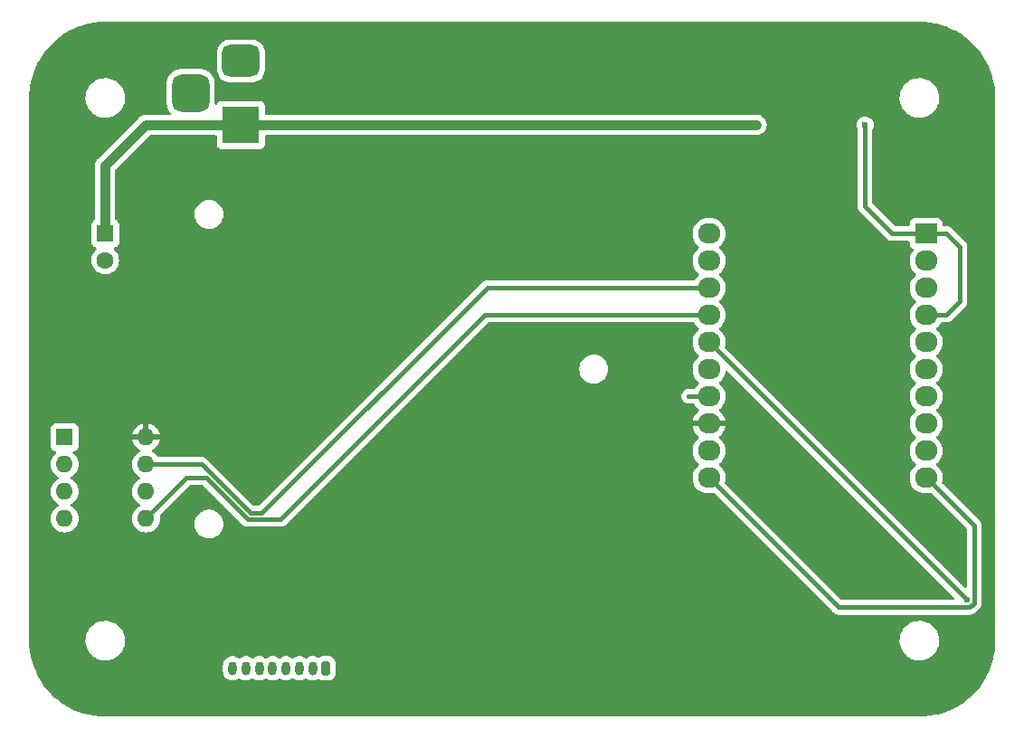
<source format=gbr>
%TF.GenerationSoftware,KiCad,Pcbnew,7.0.6*%
%TF.CreationDate,2023-08-07T10:19:30-05:00*%
%TF.ProjectId,mqtt_particle_sensor,6d717474-5f70-4617-9274-69636c655f73,C*%
%TF.SameCoordinates,Original*%
%TF.FileFunction,Copper,L2,Bot*%
%TF.FilePolarity,Positive*%
%FSLAX46Y46*%
G04 Gerber Fmt 4.6, Leading zero omitted, Abs format (unit mm)*
G04 Created by KiCad (PCBNEW 7.0.6) date 2023-08-07 10:19:30*
%MOMM*%
%LPD*%
G01*
G04 APERTURE LIST*
G04 Aperture macros list*
%AMRoundRect*
0 Rectangle with rounded corners*
0 $1 Rounding radius*
0 $2 $3 $4 $5 $6 $7 $8 $9 X,Y pos of 4 corners*
0 Add a 4 corners polygon primitive as box body*
4,1,4,$2,$3,$4,$5,$6,$7,$8,$9,$2,$3,0*
0 Add four circle primitives for the rounded corners*
1,1,$1+$1,$2,$3*
1,1,$1+$1,$4,$5*
1,1,$1+$1,$6,$7*
1,1,$1+$1,$8,$9*
0 Add four rect primitives between the rounded corners*
20,1,$1+$1,$2,$3,$4,$5,0*
20,1,$1+$1,$4,$5,$6,$7,0*
20,1,$1+$1,$6,$7,$8,$9,0*
20,1,$1+$1,$8,$9,$2,$3,0*%
G04 Aperture macros list end*
%TA.AperFunction,ComponentPad*%
%ADD10R,3.500000X3.500000*%
%TD*%
%TA.AperFunction,ComponentPad*%
%ADD11RoundRect,0.750000X-1.000000X0.750000X-1.000000X-0.750000X1.000000X-0.750000X1.000000X0.750000X0*%
%TD*%
%TA.AperFunction,ComponentPad*%
%ADD12RoundRect,0.875000X-0.875000X0.875000X-0.875000X-0.875000X0.875000X-0.875000X0.875000X0.875000X0*%
%TD*%
%TA.AperFunction,ComponentPad*%
%ADD13R,1.600000X1.600000*%
%TD*%
%TA.AperFunction,ComponentPad*%
%ADD14O,1.600000X1.600000*%
%TD*%
%TA.AperFunction,ComponentPad*%
%ADD15O,0.800000X1.300000*%
%TD*%
%TA.AperFunction,ComponentPad*%
%ADD16RoundRect,0.200000X0.200000X0.450000X-0.200000X0.450000X-0.200000X-0.450000X0.200000X-0.450000X0*%
%TD*%
%TA.AperFunction,ComponentPad*%
%ADD17C,1.600000*%
%TD*%
%TA.AperFunction,ComponentPad*%
%ADD18R,2.100000X1.900000*%
%TD*%
%TA.AperFunction,ComponentPad*%
%ADD19O,2.100000X1.900000*%
%TD*%
%TA.AperFunction,ViaPad*%
%ADD20C,0.600000*%
%TD*%
%TA.AperFunction,Conductor*%
%ADD21C,0.381000*%
%TD*%
%TA.AperFunction,Conductor*%
%ADD22C,0.889000*%
%TD*%
G04 APERTURE END LIST*
D10*
%TO.P,J2,1*%
%TO.N,Net-(PS1-+VIN)*%
X63500000Y-53340000D03*
D11*
%TO.P,J2,2*%
%TO.N,GND*%
X63500000Y-47340000D03*
D12*
%TO.P,J2,3*%
%TO.N,N/C*%
X58800000Y-50340000D03*
%TD*%
D13*
%TO.P,U2,1,~{RESET}/PB5*%
%TO.N,unconnected-(U2-~{RESET}{slash}PB5-Pad1)*%
X47000000Y-82560000D03*
D14*
%TO.P,U2,2,XTAL1/PB3*%
%TO.N,TX*%
X47000000Y-85100000D03*
%TO.P,U2,3,XTAL2/PB4*%
%TO.N,RX*%
X47000000Y-87640000D03*
%TO.P,U2,4,GND*%
%TO.N,GND*%
X47000000Y-90180000D03*
%TO.P,U2,5,AREF/PB0*%
%TO.N,SDA*%
X54620000Y-90180000D03*
%TO.P,U2,6,PB1*%
%TO.N,unconnected-(U2-PB1-Pad6)*%
X54620000Y-87640000D03*
%TO.P,U2,7,PB2*%
%TO.N,SCL*%
X54620000Y-85100000D03*
%TO.P,U2,8,VCC*%
%TO.N,+3V3*%
X54620000Y-82560000D03*
%TD*%
D15*
%TO.P,U3,8,GND*%
%TO.N,GND*%
X62715000Y-104200000D03*
%TO.P,U3,7,RX*%
%TO.N,RX*%
X63965000Y-104200000D03*
%TO.P,U3,6,TX*%
%TO.N,TX*%
X65215000Y-104200000D03*
%TO.P,U3,5,RES*%
%TO.N,unconnected-(U3-RES-Pad5)*%
X66465000Y-104200000D03*
%TO.P,U3,4*%
%TO.N,N/C*%
X67715000Y-104200000D03*
%TO.P,U3,3*%
X68965000Y-104200000D03*
%TO.P,U3,2,Vcc*%
%TO.N,+5V*%
X70215000Y-104200000D03*
D16*
%TO.P,U3,1,Vout*%
%TO.N,unconnected-(U3-Vout-Pad1)*%
X71465000Y-104200000D03*
%TD*%
D13*
%TO.P,C3,1*%
%TO.N,Net-(PS1-+VIN)*%
X50800000Y-63500000D03*
D17*
%TO.P,C3,2*%
%TO.N,GND*%
X50800000Y-66000000D03*
%TD*%
D18*
%TO.P,A1,1,~{RST}*%
%TO.N,RESET*%
X127635000Y-63500000D03*
D19*
%TO.P,A1,2,A*%
%TO.N,unconnected-(A1-A-Pad2)*%
X127635000Y-66040000D03*
%TO.P,A1,3,EN*%
%TO.N,unconnected-(A1-EN-Pad3)*%
X127635000Y-68580000D03*
%TO.P,A1,4,16*%
%TO.N,RESET*%
X127635000Y-71120000D03*
%TO.P,A1,5,14*%
%TO.N,unconnected-(A1-14-Pad5)*%
X127635000Y-73660000D03*
%TO.P,A1,6,12*%
%TO.N,unconnected-(A1-12-Pad6)*%
X127635000Y-76200000D03*
%TO.P,A1,7,13*%
%TO.N,unconnected-(A1-13-Pad7)*%
X127635000Y-78740000D03*
%TO.P,A1,8,V+*%
%TO.N,unconnected-(A1-V+-Pad8)*%
X127635000Y-81280000D03*
%TO.P,A1,9,VBat*%
%TO.N,+5V*%
X127635000Y-83820000D03*
%TO.P,A1,10,GND*%
%TO.N,GND*%
X127635000Y-86360000D03*
%TO.P,A1,11,GND*%
X107315000Y-86360000D03*
%TO.P,A1,12,LDO*%
%TO.N,unconnected-(A1-LDO-Pad12)*%
X107315000Y-83820000D03*
%TO.P,A1,13,3V*%
%TO.N,+3V3*%
X107315000Y-81280000D03*
%TO.P,A1,14,15*%
%TO.N,unconnected-(A1-15-Pad14)*%
X107315000Y-78740000D03*
%TO.P,A1,15,2*%
%TO.N,unconnected-(A1-2-Pad15)*%
X107315000Y-76200000D03*
%TO.P,A1,16,0*%
%TO.N,ONLINE*%
X107315000Y-73660000D03*
%TO.P,A1,17,4*%
%TO.N,SDA*%
X107315000Y-71120000D03*
%TO.P,A1,18,5*%
%TO.N,SCL*%
X107315000Y-68580000D03*
%TO.P,A1,19,RX*%
%TO.N,unconnected-(A1-RX-Pad19)*%
X107315000Y-66040000D03*
%TO.P,A1,20,TX*%
%TO.N,unconnected-(A1-TX-Pad20)*%
X107315000Y-63500000D03*
%TD*%
D20*
%TO.N,RESET*%
X121920000Y-53340000D03*
%TO.N,+3V3*%
X81280000Y-45720000D03*
X127000000Y-45720000D03*
%TO.N,ONLINE*%
X131445000Y-97790000D03*
%TO.N,Net-(PS1-+VIN)*%
X111760000Y-53340000D03*
%TD*%
D21*
%TO.N,RESET*%
X127635000Y-63500000D02*
X129540000Y-63500000D01*
X129540000Y-71120000D02*
X127635000Y-71120000D01*
X121920000Y-60960000D02*
X124460000Y-63500000D01*
X130810000Y-64770000D02*
X130810000Y-69850000D01*
X121920000Y-53340000D02*
X121920000Y-60960000D01*
X124460000Y-63500000D02*
X127635000Y-63500000D01*
X129540000Y-63500000D02*
X130810000Y-64770000D01*
X130810000Y-69850000D02*
X129540000Y-71120000D01*
%TO.N,GND*%
X131731015Y-98480500D02*
X119435500Y-98480500D01*
X132135500Y-90860500D02*
X132135500Y-98076015D01*
X119435500Y-98480500D02*
X107315000Y-86360000D01*
X132135500Y-98076015D02*
X131731015Y-98480500D01*
X127635000Y-86360000D02*
X132135500Y-90860500D01*
%TO.N,unconnected-(A1-15-Pad14)*%
X107315000Y-78740000D02*
X105410000Y-78740000D01*
%TO.N,ONLINE*%
X107315000Y-73660000D02*
X131445000Y-97790000D01*
%TO.N,SDA*%
X107315000Y-71120000D02*
X86360000Y-71120000D01*
X64138684Y-90252000D02*
X60246684Y-86360000D01*
X55880000Y-88920000D02*
X54620000Y-90180000D01*
X58420000Y-86360000D02*
X55880000Y-88900000D01*
X55880000Y-88900000D02*
X55880000Y-88920000D01*
X86360000Y-71120000D02*
X67228000Y-90252000D01*
X67228000Y-90252000D02*
X64138684Y-90252000D01*
X60246684Y-86360000D02*
X58420000Y-86360000D01*
%TO.N,SCL*%
X64379342Y-89671000D02*
X65455658Y-89671000D01*
X54620000Y-85100000D02*
X59808342Y-85100000D01*
X86546658Y-68580000D02*
X107315000Y-68580000D01*
X65455658Y-89671000D02*
X86546658Y-68580000D01*
X59808342Y-85100000D02*
X64379342Y-89671000D01*
D22*
%TO.N,Net-(PS1-+VIN)*%
X63500000Y-53340000D02*
X54610000Y-53340000D01*
X54610000Y-53340000D02*
X50800000Y-57150000D01*
X63500000Y-53340000D02*
X111760000Y-53340000D01*
X50800000Y-57150000D02*
X50800000Y-63500000D01*
%TD*%
%TA.AperFunction,Conductor*%
%TO.N,+3V3*%
G36*
X109004709Y-76346526D02*
G01*
X109054783Y-76377005D01*
X130255597Y-97577819D01*
X130289082Y-97639142D01*
X130284098Y-97708834D01*
X130242226Y-97764767D01*
X130176762Y-97789184D01*
X130167916Y-97789500D01*
X119773084Y-97789500D01*
X119706045Y-97769815D01*
X119685403Y-97753181D01*
X108835581Y-86903359D01*
X108802096Y-86842036D01*
X108805980Y-86775417D01*
X108825934Y-86717297D01*
X108865500Y-86480192D01*
X108865500Y-86239808D01*
X108825934Y-86002703D01*
X108825926Y-86002681D01*
X108747883Y-85775347D01*
X108747881Y-85775342D01*
X108633470Y-85563930D01*
X108633466Y-85563924D01*
X108485830Y-85374242D01*
X108485827Y-85374239D01*
X108485825Y-85374236D01*
X108308969Y-85211429D01*
X108281995Y-85193806D01*
X108236641Y-85140663D01*
X108227217Y-85071432D01*
X108256718Y-85008096D01*
X108281992Y-84986195D01*
X108308969Y-84968571D01*
X108485825Y-84805764D01*
X108625626Y-84626148D01*
X108633466Y-84616075D01*
X108633470Y-84616069D01*
X108633472Y-84616067D01*
X108747882Y-84404656D01*
X108825934Y-84177297D01*
X108865500Y-83940192D01*
X108865500Y-83699808D01*
X108825934Y-83462703D01*
X108807114Y-83407883D01*
X108747883Y-83235347D01*
X108747881Y-83235342D01*
X108633470Y-83023930D01*
X108633466Y-83023924D01*
X108485830Y-82834242D01*
X108485827Y-82834239D01*
X108485825Y-82834236D01*
X108308969Y-82671429D01*
X108281537Y-82653506D01*
X108236184Y-82600363D01*
X108226760Y-82531132D01*
X108256262Y-82467796D01*
X108281543Y-82445891D01*
X108308656Y-82428177D01*
X108485455Y-82265422D01*
X108633052Y-82075790D01*
X108747421Y-81864455D01*
X108747423Y-81864449D01*
X108825446Y-81637176D01*
X108843331Y-81530000D01*
X107760572Y-81530000D01*
X107783682Y-81494040D01*
X107825000Y-81353327D01*
X107825000Y-81206673D01*
X107783682Y-81065960D01*
X107760572Y-81030000D01*
X108843330Y-81030000D01*
X108843330Y-81029999D01*
X108825446Y-80922823D01*
X108747423Y-80695550D01*
X108747421Y-80695544D01*
X108633052Y-80484209D01*
X108485455Y-80294577D01*
X108308661Y-80131826D01*
X108308659Y-80131825D01*
X108281538Y-80114105D01*
X108236183Y-80060958D01*
X108226761Y-79991727D01*
X108256264Y-79928391D01*
X108281536Y-79906493D01*
X108308969Y-79888571D01*
X108485825Y-79725764D01*
X108633472Y-79536067D01*
X108747882Y-79324656D01*
X108825934Y-79097297D01*
X108865500Y-78860192D01*
X108865500Y-78619808D01*
X108825934Y-78382703D01*
X108747882Y-78155344D01*
X108633472Y-77943933D01*
X108633470Y-77943930D01*
X108633466Y-77943924D01*
X108485830Y-77754242D01*
X108485827Y-77754239D01*
X108485825Y-77754236D01*
X108308969Y-77591429D01*
X108281995Y-77573806D01*
X108236641Y-77520663D01*
X108227217Y-77451432D01*
X108256718Y-77388096D01*
X108281992Y-77366195D01*
X108308969Y-77348571D01*
X108485825Y-77185764D01*
X108633472Y-76996067D01*
X108747882Y-76784656D01*
X108825934Y-76557297D01*
X108844794Y-76444274D01*
X108875243Y-76381392D01*
X108934858Y-76344952D01*
X109004709Y-76346526D01*
G37*
%TD.AperFunction*%
%TA.AperFunction,Conductor*%
G36*
X126930367Y-43680501D02*
G01*
X126999999Y-43680501D01*
X127505695Y-43698562D01*
X127510093Y-43698877D01*
X128011023Y-43752731D01*
X128015373Y-43753357D01*
X128511204Y-43842815D01*
X128515476Y-43843744D01*
X129003670Y-43968348D01*
X129007890Y-43969588D01*
X129485897Y-44128684D01*
X129485900Y-44128685D01*
X129490049Y-44130232D01*
X129955510Y-44323032D01*
X129959514Y-44324861D01*
X130410037Y-44550376D01*
X130413912Y-44552492D01*
X130847194Y-44809570D01*
X130850887Y-44811942D01*
X131200368Y-45054591D01*
X131264741Y-45099286D01*
X131268277Y-45101933D01*
X131644240Y-45404904D01*
X131660548Y-45418046D01*
X131663894Y-45420945D01*
X132032624Y-45764244D01*
X132035755Y-45767375D01*
X132379054Y-46136105D01*
X132381953Y-46139451D01*
X132698059Y-46531713D01*
X132700713Y-46535258D01*
X132988052Y-46949105D01*
X132990433Y-46952811D01*
X133247505Y-47386084D01*
X133249627Y-47389970D01*
X133464495Y-47819223D01*
X133475131Y-47840470D01*
X133476970Y-47844497D01*
X133669767Y-48309950D01*
X133671314Y-48314099D01*
X133830408Y-48792101D01*
X133831655Y-48796348D01*
X133956250Y-49284502D01*
X133957188Y-49288815D01*
X134046639Y-49784607D01*
X134047269Y-49788989D01*
X134101122Y-50289906D01*
X134101438Y-50294322D01*
X134107462Y-50462975D01*
X134119499Y-50800000D01*
X134119499Y-76187722D01*
X134119498Y-101585464D01*
X134119499Y-101599994D01*
X134101438Y-102105677D01*
X134101122Y-102110093D01*
X134047269Y-102611010D01*
X134046639Y-102615392D01*
X133957188Y-103111184D01*
X133956248Y-103115502D01*
X133915000Y-103277112D01*
X133831656Y-103603650D01*
X133830408Y-103607898D01*
X133671314Y-104085900D01*
X133669767Y-104090049D01*
X133476970Y-104555502D01*
X133475131Y-104559529D01*
X133249627Y-105010029D01*
X133247505Y-105013915D01*
X132990433Y-105447188D01*
X132988044Y-105450906D01*
X132988041Y-105450912D01*
X132988040Y-105450913D01*
X132700713Y-105864741D01*
X132698059Y-105868286D01*
X132381953Y-106260548D01*
X132379054Y-106263894D01*
X132035755Y-106632624D01*
X132032624Y-106635755D01*
X131663894Y-106979054D01*
X131660548Y-106981953D01*
X131268286Y-107298059D01*
X131264741Y-107300713D01*
X130850913Y-107588040D01*
X130847188Y-107590433D01*
X130413915Y-107847505D01*
X130410029Y-107849627D01*
X129959529Y-108075131D01*
X129955502Y-108076970D01*
X129490049Y-108269767D01*
X129485900Y-108271314D01*
X129007898Y-108430408D01*
X129003650Y-108431656D01*
X128780423Y-108488631D01*
X128515502Y-108556248D01*
X128511184Y-108557188D01*
X128015392Y-108646639D01*
X128011010Y-108647269D01*
X127510093Y-108701122D01*
X127505677Y-108701438D01*
X126999999Y-108719499D01*
X126930367Y-108719499D01*
X126930351Y-108719500D01*
X50800000Y-108719500D01*
X50294321Y-108701439D01*
X50289905Y-108701123D01*
X49788989Y-108647270D01*
X49784607Y-108646640D01*
X49288814Y-108557189D01*
X49284501Y-108556251D01*
X48796347Y-108431656D01*
X48792100Y-108430409D01*
X48314098Y-108271315D01*
X48309949Y-108269768D01*
X47844496Y-108076971D01*
X47840469Y-108075132D01*
X47389969Y-107849628D01*
X47386083Y-107847506D01*
X46952812Y-107590434D01*
X46949087Y-107588041D01*
X46535267Y-107300719D01*
X46531723Y-107298066D01*
X46279490Y-107094805D01*
X46139433Y-106981940D01*
X46136096Y-106979048D01*
X45767374Y-106635756D01*
X45764243Y-106632625D01*
X45420951Y-106263903D01*
X45418061Y-106260568D01*
X45253452Y-106056301D01*
X45101933Y-105868276D01*
X45099280Y-105864732D01*
X45053405Y-105798660D01*
X44811949Y-105450899D01*
X44809565Y-105447187D01*
X44552493Y-105013916D01*
X44552492Y-105013915D01*
X44552491Y-105013913D01*
X44550371Y-105010030D01*
X44324860Y-104559515D01*
X44323028Y-104555503D01*
X44298875Y-104497192D01*
X61814500Y-104497192D01*
X61829326Y-104638256D01*
X61829327Y-104638259D01*
X61887818Y-104818277D01*
X61887821Y-104818284D01*
X61982467Y-104982216D01*
X62075181Y-105085185D01*
X62109129Y-105122888D01*
X62262265Y-105234148D01*
X62262270Y-105234151D01*
X62435192Y-105311142D01*
X62435197Y-105311144D01*
X62620354Y-105350500D01*
X62620355Y-105350500D01*
X62809644Y-105350500D01*
X62809646Y-105350500D01*
X62994803Y-105311144D01*
X63167730Y-105234151D01*
X63267114Y-105161944D01*
X63332921Y-105138464D01*
X63400975Y-105154289D01*
X63412885Y-105161944D01*
X63512265Y-105234148D01*
X63512270Y-105234151D01*
X63685192Y-105311142D01*
X63685197Y-105311144D01*
X63870354Y-105350500D01*
X63870355Y-105350500D01*
X64059644Y-105350500D01*
X64059646Y-105350500D01*
X64244803Y-105311144D01*
X64417730Y-105234151D01*
X64517116Y-105161942D01*
X64582919Y-105138464D01*
X64650973Y-105154289D01*
X64662884Y-105161944D01*
X64762265Y-105234148D01*
X64762270Y-105234151D01*
X64935192Y-105311142D01*
X64935197Y-105311144D01*
X65120354Y-105350500D01*
X65120355Y-105350500D01*
X65309644Y-105350500D01*
X65309646Y-105350500D01*
X65494803Y-105311144D01*
X65667730Y-105234151D01*
X65767114Y-105161944D01*
X65832921Y-105138464D01*
X65900975Y-105154289D01*
X65912885Y-105161944D01*
X66012265Y-105234148D01*
X66012270Y-105234151D01*
X66185192Y-105311142D01*
X66185197Y-105311144D01*
X66370354Y-105350500D01*
X66370355Y-105350500D01*
X66559644Y-105350500D01*
X66559646Y-105350500D01*
X66744803Y-105311144D01*
X66917730Y-105234151D01*
X67017116Y-105161942D01*
X67082919Y-105138464D01*
X67150973Y-105154289D01*
X67162884Y-105161944D01*
X67262265Y-105234148D01*
X67262270Y-105234151D01*
X67435192Y-105311142D01*
X67435197Y-105311144D01*
X67620354Y-105350500D01*
X67620355Y-105350500D01*
X67809644Y-105350500D01*
X67809646Y-105350500D01*
X67994803Y-105311144D01*
X68167730Y-105234151D01*
X68267114Y-105161944D01*
X68332921Y-105138464D01*
X68400975Y-105154289D01*
X68412885Y-105161944D01*
X68512265Y-105234148D01*
X68512270Y-105234151D01*
X68685192Y-105311142D01*
X68685197Y-105311144D01*
X68870354Y-105350500D01*
X68870355Y-105350500D01*
X69059644Y-105350500D01*
X69059646Y-105350500D01*
X69244803Y-105311144D01*
X69417730Y-105234151D01*
X69517114Y-105161944D01*
X69582921Y-105138464D01*
X69650975Y-105154289D01*
X69662885Y-105161944D01*
X69762265Y-105234148D01*
X69762270Y-105234151D01*
X69935192Y-105311142D01*
X69935197Y-105311144D01*
X70120354Y-105350500D01*
X70120355Y-105350500D01*
X70309644Y-105350500D01*
X70309646Y-105350500D01*
X70494803Y-105311144D01*
X70667730Y-105234151D01*
X70696295Y-105213397D01*
X70762099Y-105189916D01*
X70830153Y-105205740D01*
X70833305Y-105207582D01*
X70975394Y-105293478D01*
X71137804Y-105344086D01*
X71208384Y-105350500D01*
X71208387Y-105350500D01*
X71721613Y-105350500D01*
X71721616Y-105350500D01*
X71792196Y-105344086D01*
X71954606Y-105293478D01*
X72100185Y-105205472D01*
X72220472Y-105085185D01*
X72308478Y-104939606D01*
X72359086Y-104777196D01*
X72365500Y-104706616D01*
X72365500Y-103693384D01*
X72359086Y-103622804D01*
X72308478Y-103460394D01*
X72220472Y-103314815D01*
X72220470Y-103314813D01*
X72220469Y-103314811D01*
X72100188Y-103194530D01*
X72096666Y-103192401D01*
X71954606Y-103106522D01*
X71792196Y-103055914D01*
X71792194Y-103055913D01*
X71792192Y-103055913D01*
X71742778Y-103051423D01*
X71721616Y-103049500D01*
X71208384Y-103049500D01*
X71189144Y-103051248D01*
X71137807Y-103055913D01*
X70975391Y-103106523D01*
X70833330Y-103192401D01*
X70765775Y-103210237D01*
X70699302Y-103188719D01*
X70696297Y-103186603D01*
X70667733Y-103165851D01*
X70667729Y-103165848D01*
X70494807Y-103088857D01*
X70494802Y-103088855D01*
X70339817Y-103055913D01*
X70309646Y-103049500D01*
X70120354Y-103049500D01*
X70090183Y-103055913D01*
X69935197Y-103088855D01*
X69935192Y-103088857D01*
X69762271Y-103165848D01*
X69662885Y-103238056D01*
X69597078Y-103261535D01*
X69529025Y-103245709D01*
X69517115Y-103238056D01*
X69449208Y-103188719D01*
X69417730Y-103165849D01*
X69417728Y-103165848D01*
X69417729Y-103165848D01*
X69244807Y-103088857D01*
X69244802Y-103088855D01*
X69089817Y-103055913D01*
X69059646Y-103049500D01*
X68870354Y-103049500D01*
X68840183Y-103055913D01*
X68685197Y-103088855D01*
X68685192Y-103088857D01*
X68512271Y-103165848D01*
X68412885Y-103238056D01*
X68347078Y-103261535D01*
X68279025Y-103245709D01*
X68267115Y-103238056D01*
X68199208Y-103188719D01*
X68167730Y-103165849D01*
X68167728Y-103165848D01*
X68167729Y-103165848D01*
X67994807Y-103088857D01*
X67994802Y-103088855D01*
X67839817Y-103055913D01*
X67809646Y-103049500D01*
X67620354Y-103049500D01*
X67590183Y-103055913D01*
X67435197Y-103088855D01*
X67435192Y-103088857D01*
X67262271Y-103165848D01*
X67162885Y-103238056D01*
X67097078Y-103261535D01*
X67029025Y-103245709D01*
X67017115Y-103238056D01*
X66949208Y-103188719D01*
X66917730Y-103165849D01*
X66917728Y-103165848D01*
X66917729Y-103165848D01*
X66744807Y-103088857D01*
X66744802Y-103088855D01*
X66589817Y-103055913D01*
X66559646Y-103049500D01*
X66370354Y-103049500D01*
X66340183Y-103055913D01*
X66185197Y-103088855D01*
X66185192Y-103088857D01*
X66012271Y-103165848D01*
X65912885Y-103238056D01*
X65847078Y-103261535D01*
X65779025Y-103245709D01*
X65767115Y-103238056D01*
X65699208Y-103188719D01*
X65667730Y-103165849D01*
X65667728Y-103165848D01*
X65667729Y-103165848D01*
X65494807Y-103088857D01*
X65494802Y-103088855D01*
X65339817Y-103055913D01*
X65309646Y-103049500D01*
X65120354Y-103049500D01*
X65090183Y-103055913D01*
X64935197Y-103088855D01*
X64935192Y-103088857D01*
X64762271Y-103165848D01*
X64662885Y-103238056D01*
X64597078Y-103261535D01*
X64529025Y-103245709D01*
X64517115Y-103238056D01*
X64449208Y-103188719D01*
X64417730Y-103165849D01*
X64417728Y-103165848D01*
X64417729Y-103165848D01*
X64244807Y-103088857D01*
X64244802Y-103088855D01*
X64089817Y-103055913D01*
X64059646Y-103049500D01*
X63870354Y-103049500D01*
X63840183Y-103055913D01*
X63685197Y-103088855D01*
X63685192Y-103088857D01*
X63512271Y-103165848D01*
X63412885Y-103238056D01*
X63347078Y-103261535D01*
X63279025Y-103245709D01*
X63267115Y-103238056D01*
X63199208Y-103188719D01*
X63167730Y-103165849D01*
X63167728Y-103165848D01*
X63167729Y-103165848D01*
X62994807Y-103088857D01*
X62994802Y-103088855D01*
X62839817Y-103055913D01*
X62809646Y-103049500D01*
X62620354Y-103049500D01*
X62590183Y-103055913D01*
X62435197Y-103088855D01*
X62435192Y-103088857D01*
X62262270Y-103165848D01*
X62262265Y-103165851D01*
X62109129Y-103277111D01*
X61982466Y-103417785D01*
X61887821Y-103581715D01*
X61887818Y-103581722D01*
X61829327Y-103761740D01*
X61829326Y-103761744D01*
X61814500Y-103902808D01*
X61814500Y-104497192D01*
X44298875Y-104497192D01*
X44130231Y-104090050D01*
X44128684Y-104085901D01*
X44067745Y-103902808D01*
X43969587Y-103607891D01*
X43968347Y-103603671D01*
X43843743Y-103115477D01*
X43842814Y-103111205D01*
X43753356Y-102615373D01*
X43752729Y-102611010D01*
X43747952Y-102566580D01*
X43698876Y-102110093D01*
X43698561Y-102105696D01*
X43682920Y-101667763D01*
X48945787Y-101667763D01*
X48975413Y-101937013D01*
X48975415Y-101937024D01*
X49043926Y-102199082D01*
X49043928Y-102199088D01*
X49149870Y-102448390D01*
X49221998Y-102566575D01*
X49290979Y-102679605D01*
X49290986Y-102679615D01*
X49464253Y-102887819D01*
X49464259Y-102887824D01*
X49569240Y-102981887D01*
X49665998Y-103068582D01*
X49891910Y-103218044D01*
X50137176Y-103333020D01*
X50137183Y-103333022D01*
X50137185Y-103333023D01*
X50396557Y-103411057D01*
X50396564Y-103411058D01*
X50396569Y-103411060D01*
X50664561Y-103450500D01*
X50664566Y-103450500D01*
X50867636Y-103450500D01*
X50919133Y-103446730D01*
X51070156Y-103435677D01*
X51182758Y-103410593D01*
X51334546Y-103376782D01*
X51334548Y-103376781D01*
X51334553Y-103376780D01*
X51587558Y-103280014D01*
X51823777Y-103147441D01*
X52038177Y-102981888D01*
X52226186Y-102786881D01*
X52383799Y-102566579D01*
X52457787Y-102422669D01*
X52507649Y-102325690D01*
X52507651Y-102325684D01*
X52507656Y-102325675D01*
X52595118Y-102069305D01*
X52644319Y-101802933D01*
X52649259Y-101667763D01*
X125145787Y-101667763D01*
X125175413Y-101937013D01*
X125175415Y-101937024D01*
X125243926Y-102199082D01*
X125243928Y-102199088D01*
X125349870Y-102448390D01*
X125421998Y-102566575D01*
X125490979Y-102679605D01*
X125490986Y-102679615D01*
X125664253Y-102887819D01*
X125664259Y-102887824D01*
X125769240Y-102981887D01*
X125865998Y-103068582D01*
X126091910Y-103218044D01*
X126337176Y-103333020D01*
X126337183Y-103333022D01*
X126337185Y-103333023D01*
X126596557Y-103411057D01*
X126596564Y-103411058D01*
X126596569Y-103411060D01*
X126864561Y-103450500D01*
X126864566Y-103450500D01*
X127067636Y-103450500D01*
X127119133Y-103446730D01*
X127270156Y-103435677D01*
X127382758Y-103410593D01*
X127534546Y-103376782D01*
X127534548Y-103376781D01*
X127534553Y-103376780D01*
X127787558Y-103280014D01*
X128023777Y-103147441D01*
X128238177Y-102981888D01*
X128426186Y-102786881D01*
X128583799Y-102566579D01*
X128657787Y-102422669D01*
X128707649Y-102325690D01*
X128707651Y-102325684D01*
X128707656Y-102325675D01*
X128795118Y-102069305D01*
X128844319Y-101802933D01*
X128854212Y-101532235D01*
X128824586Y-101262982D01*
X128756072Y-101000912D01*
X128650130Y-100751610D01*
X128509018Y-100520390D01*
X128419747Y-100413119D01*
X128335746Y-100312180D01*
X128335740Y-100312175D01*
X128134002Y-100131418D01*
X127908092Y-99981957D01*
X127908090Y-99981956D01*
X127662824Y-99866980D01*
X127662819Y-99866978D01*
X127662814Y-99866976D01*
X127403442Y-99788942D01*
X127403428Y-99788939D01*
X127287791Y-99771921D01*
X127135439Y-99749500D01*
X126932369Y-99749500D01*
X126932364Y-99749500D01*
X126729844Y-99764323D01*
X126729831Y-99764325D01*
X126465453Y-99823217D01*
X126465446Y-99823220D01*
X126212439Y-99919987D01*
X125976226Y-100052557D01*
X125761822Y-100218112D01*
X125573822Y-100413109D01*
X125573816Y-100413116D01*
X125416202Y-100633419D01*
X125416199Y-100633424D01*
X125292350Y-100874309D01*
X125292343Y-100874327D01*
X125204884Y-101130685D01*
X125204881Y-101130699D01*
X125155681Y-101397068D01*
X125155680Y-101397075D01*
X125145787Y-101667763D01*
X52649259Y-101667763D01*
X52654212Y-101532235D01*
X52624586Y-101262982D01*
X52556072Y-101000912D01*
X52450130Y-100751610D01*
X52309018Y-100520390D01*
X52219747Y-100413119D01*
X52135746Y-100312180D01*
X52135740Y-100312175D01*
X51934002Y-100131418D01*
X51708092Y-99981957D01*
X51708090Y-99981956D01*
X51462824Y-99866980D01*
X51462819Y-99866978D01*
X51462814Y-99866976D01*
X51203442Y-99788942D01*
X51203428Y-99788939D01*
X51087791Y-99771921D01*
X50935439Y-99749500D01*
X50732369Y-99749500D01*
X50732364Y-99749500D01*
X50529844Y-99764323D01*
X50529831Y-99764325D01*
X50265453Y-99823217D01*
X50265446Y-99823220D01*
X50012439Y-99919987D01*
X49776226Y-100052557D01*
X49561822Y-100218112D01*
X49373822Y-100413109D01*
X49373816Y-100413116D01*
X49216202Y-100633419D01*
X49216199Y-100633424D01*
X49092350Y-100874309D01*
X49092343Y-100874327D01*
X49004884Y-101130685D01*
X49004881Y-101130699D01*
X48955681Y-101397068D01*
X48955680Y-101397075D01*
X48945787Y-101667763D01*
X43682920Y-101667763D01*
X43680500Y-101600000D01*
X43680500Y-101534108D01*
X43680500Y-101534107D01*
X43680500Y-90180001D01*
X45694532Y-90180001D01*
X45714364Y-90406686D01*
X45714366Y-90406697D01*
X45773258Y-90626488D01*
X45773261Y-90626497D01*
X45869431Y-90832732D01*
X45869432Y-90832734D01*
X45999954Y-91019141D01*
X46160858Y-91180045D01*
X46160861Y-91180047D01*
X46347266Y-91310568D01*
X46553504Y-91406739D01*
X46773308Y-91465635D01*
X46935230Y-91479801D01*
X46999998Y-91485468D01*
X47000000Y-91485468D01*
X47000002Y-91485468D01*
X47056672Y-91480509D01*
X47226692Y-91465635D01*
X47446496Y-91406739D01*
X47652734Y-91310568D01*
X47839139Y-91180047D01*
X48000047Y-91019139D01*
X48130568Y-90832734D01*
X48226739Y-90626496D01*
X48285635Y-90406692D01*
X48305468Y-90180001D01*
X53314532Y-90180001D01*
X53334364Y-90406686D01*
X53334366Y-90406697D01*
X53393258Y-90626488D01*
X53393261Y-90626497D01*
X53489431Y-90832732D01*
X53489432Y-90832734D01*
X53619954Y-91019141D01*
X53780858Y-91180045D01*
X53780861Y-91180047D01*
X53967266Y-91310568D01*
X54173504Y-91406739D01*
X54393308Y-91465635D01*
X54555230Y-91479801D01*
X54619998Y-91485468D01*
X54620000Y-91485468D01*
X54620002Y-91485468D01*
X54676673Y-91480509D01*
X54846692Y-91465635D01*
X55066496Y-91406739D01*
X55272734Y-91310568D01*
X55459139Y-91180047D01*
X55620047Y-91019139D01*
X55750568Y-90832734D01*
X55812463Y-90700000D01*
X59164341Y-90700000D01*
X59184936Y-90935403D01*
X59184938Y-90935413D01*
X59246094Y-91163655D01*
X59246096Y-91163659D01*
X59246097Y-91163663D01*
X59253737Y-91180047D01*
X59345964Y-91377828D01*
X59345965Y-91377830D01*
X59481505Y-91571402D01*
X59648597Y-91738494D01*
X59842169Y-91874034D01*
X59842171Y-91874035D01*
X60056337Y-91973903D01*
X60284592Y-92035063D01*
X60461034Y-92050500D01*
X60578966Y-92050500D01*
X60755408Y-92035063D01*
X60983663Y-91973903D01*
X61197829Y-91874035D01*
X61391401Y-91738495D01*
X61558495Y-91571401D01*
X61694035Y-91377830D01*
X61793903Y-91163663D01*
X61855063Y-90935408D01*
X61875659Y-90700000D01*
X61855063Y-90464592D01*
X61793903Y-90236337D01*
X61694035Y-90022171D01*
X61694034Y-90022169D01*
X61558494Y-89828597D01*
X61391402Y-89661505D01*
X61197830Y-89525965D01*
X61197828Y-89525964D01*
X61090746Y-89476030D01*
X60983663Y-89426097D01*
X60983659Y-89426096D01*
X60983655Y-89426094D01*
X60755413Y-89364938D01*
X60755403Y-89364936D01*
X60578966Y-89349500D01*
X60461034Y-89349500D01*
X60284596Y-89364936D01*
X60284586Y-89364938D01*
X60056344Y-89426094D01*
X60056335Y-89426098D01*
X59842171Y-89525964D01*
X59842169Y-89525965D01*
X59648597Y-89661505D01*
X59481506Y-89828597D01*
X59481501Y-89828604D01*
X59345967Y-90022165D01*
X59345965Y-90022169D01*
X59246098Y-90236335D01*
X59246094Y-90236344D01*
X59184938Y-90464586D01*
X59184936Y-90464596D01*
X59164341Y-90699999D01*
X59164341Y-90700000D01*
X55812463Y-90700000D01*
X55846739Y-90626496D01*
X55905635Y-90406692D01*
X55925468Y-90180000D01*
X55905635Y-89953308D01*
X55905632Y-89953298D01*
X55904694Y-89947974D01*
X55907184Y-89947534D01*
X55908491Y-89888363D01*
X55938985Y-89838235D01*
X56352542Y-89424678D01*
X56355234Y-89422144D01*
X56401020Y-89381583D01*
X56435767Y-89331242D01*
X56437973Y-89328245D01*
X56468217Y-89289640D01*
X56473162Y-89284058D01*
X58669902Y-87087319D01*
X58731226Y-87053834D01*
X58757584Y-87051000D01*
X59909100Y-87051000D01*
X59976139Y-87070685D01*
X59996781Y-87087319D01*
X63634004Y-90724542D01*
X63636540Y-90727236D01*
X63660794Y-90754613D01*
X63677101Y-90773020D01*
X63727439Y-90807767D01*
X63730439Y-90809974D01*
X63778578Y-90847688D01*
X63787549Y-90851725D01*
X63807104Y-90862754D01*
X63815202Y-90868344D01*
X63872379Y-90890028D01*
X63875833Y-90891459D01*
X63931599Y-90916557D01*
X63941280Y-90918331D01*
X63962902Y-90924359D01*
X63972100Y-90927847D01*
X63972101Y-90927848D01*
X63988904Y-90929888D01*
X64032807Y-90935218D01*
X64036502Y-90935781D01*
X64064339Y-90940882D01*
X64096656Y-90946805D01*
X64096656Y-90946804D01*
X64096657Y-90946805D01*
X64157692Y-90943113D01*
X64161437Y-90943000D01*
X67205247Y-90943000D01*
X67208992Y-90943113D01*
X67270026Y-90946805D01*
X67270026Y-90946804D01*
X67270028Y-90946805D01*
X67330185Y-90935779D01*
X67333870Y-90935219D01*
X67394582Y-90927848D01*
X67403788Y-90924356D01*
X67425403Y-90918330D01*
X67435085Y-90916557D01*
X67490865Y-90891451D01*
X67494281Y-90890037D01*
X67551482Y-90868344D01*
X67559579Y-90862754D01*
X67579139Y-90851722D01*
X67588105Y-90847688D01*
X67636249Y-90809968D01*
X67639255Y-90807757D01*
X67689583Y-90773020D01*
X67730144Y-90727234D01*
X67732678Y-90724542D01*
X82257221Y-76200000D01*
X95164341Y-76200000D01*
X95184936Y-76435403D01*
X95184938Y-76435413D01*
X95246094Y-76663655D01*
X95246096Y-76663659D01*
X95246097Y-76663663D01*
X95296031Y-76770745D01*
X95345964Y-76877828D01*
X95345965Y-76877830D01*
X95481505Y-77071402D01*
X95648597Y-77238494D01*
X95842169Y-77374034D01*
X95842171Y-77374035D01*
X96056337Y-77473903D01*
X96284592Y-77535063D01*
X96461034Y-77550500D01*
X96578966Y-77550500D01*
X96755408Y-77535063D01*
X96983663Y-77473903D01*
X97197829Y-77374035D01*
X97391401Y-77238495D01*
X97558495Y-77071401D01*
X97694035Y-76877830D01*
X97793903Y-76663663D01*
X97855063Y-76435408D01*
X97875659Y-76200000D01*
X97855063Y-75964592D01*
X97793903Y-75736337D01*
X97694035Y-75522171D01*
X97694034Y-75522169D01*
X97558494Y-75328597D01*
X97391402Y-75161505D01*
X97197830Y-75025965D01*
X97197828Y-75025964D01*
X97031858Y-74948571D01*
X96983663Y-74926097D01*
X96983659Y-74926096D01*
X96983655Y-74926094D01*
X96755413Y-74864938D01*
X96755403Y-74864936D01*
X96578966Y-74849500D01*
X96461034Y-74849500D01*
X96284596Y-74864936D01*
X96284586Y-74864938D01*
X96056344Y-74926094D01*
X96056335Y-74926098D01*
X95842171Y-75025964D01*
X95842169Y-75025965D01*
X95648597Y-75161505D01*
X95481506Y-75328597D01*
X95481501Y-75328604D01*
X95345967Y-75522165D01*
X95345965Y-75522169D01*
X95246098Y-75736335D01*
X95246094Y-75736344D01*
X95184938Y-75964586D01*
X95184936Y-75964596D01*
X95164341Y-76199999D01*
X95164341Y-76200000D01*
X82257221Y-76200000D01*
X86609902Y-71847319D01*
X86671225Y-71813834D01*
X86697583Y-71811000D01*
X105865781Y-71811000D01*
X105932820Y-71830685D01*
X105974836Y-71875984D01*
X105996523Y-71916060D01*
X105996533Y-71916075D01*
X106144169Y-72105757D01*
X106144171Y-72105759D01*
X106144175Y-72105764D01*
X106321031Y-72268571D01*
X106344883Y-72284154D01*
X106348003Y-72286193D01*
X106393358Y-72339340D01*
X106402780Y-72408571D01*
X106373277Y-72471907D01*
X106348003Y-72493807D01*
X106321031Y-72511429D01*
X106321029Y-72511430D01*
X106144172Y-72674239D01*
X106144169Y-72674242D01*
X105996533Y-72863924D01*
X105996529Y-72863930D01*
X105882118Y-73075342D01*
X105882116Y-73075347D01*
X105804066Y-73302699D01*
X105764500Y-73539809D01*
X105764500Y-73780190D01*
X105804066Y-74017300D01*
X105882116Y-74244652D01*
X105882118Y-74244657D01*
X105996529Y-74456069D01*
X105996533Y-74456075D01*
X106144169Y-74645757D01*
X106144171Y-74645759D01*
X106144175Y-74645764D01*
X106321031Y-74808571D01*
X106344883Y-74824154D01*
X106348003Y-74826193D01*
X106393358Y-74879340D01*
X106402780Y-74948571D01*
X106373277Y-75011907D01*
X106348003Y-75033807D01*
X106321031Y-75051429D01*
X106321029Y-75051430D01*
X106144172Y-75214239D01*
X106144169Y-75214242D01*
X105996533Y-75403924D01*
X105996529Y-75403930D01*
X105882118Y-75615342D01*
X105882116Y-75615347D01*
X105804066Y-75842699D01*
X105772413Y-76032387D01*
X105764500Y-76079808D01*
X105764500Y-76320192D01*
X105774713Y-76381392D01*
X105804066Y-76557300D01*
X105882116Y-76784652D01*
X105882118Y-76784657D01*
X105996529Y-76996069D01*
X105996533Y-76996075D01*
X106144169Y-77185757D01*
X106144171Y-77185759D01*
X106144175Y-77185764D01*
X106321031Y-77348571D01*
X106344883Y-77364154D01*
X106348003Y-77366193D01*
X106393358Y-77419340D01*
X106402780Y-77488571D01*
X106373277Y-77551907D01*
X106348003Y-77573807D01*
X106321031Y-77591429D01*
X106321029Y-77591430D01*
X106144172Y-77754239D01*
X106144169Y-77754242D01*
X105996533Y-77943924D01*
X105996523Y-77943939D01*
X105974836Y-77984016D01*
X105925618Y-78033607D01*
X105865781Y-78049000D01*
X105368202Y-78049000D01*
X105243420Y-78064151D01*
X105243414Y-78064152D01*
X105086517Y-78123656D01*
X105086516Y-78123657D01*
X104948417Y-78218979D01*
X104837141Y-78344585D01*
X104759158Y-78493169D01*
X104718999Y-78656097D01*
X104718999Y-78823902D01*
X104759158Y-78986830D01*
X104759158Y-78986831D01*
X104759159Y-78986832D01*
X104837142Y-79135416D01*
X104948417Y-79261020D01*
X105086518Y-79356344D01*
X105172119Y-79388808D01*
X105243414Y-79415847D01*
X105243416Y-79415847D01*
X105243418Y-79415848D01*
X105305810Y-79423424D01*
X105368202Y-79431000D01*
X105368204Y-79431000D01*
X105865781Y-79431000D01*
X105932820Y-79450685D01*
X105974836Y-79495984D01*
X105996523Y-79536060D01*
X105996533Y-79536075D01*
X106144169Y-79725757D01*
X106144171Y-79725759D01*
X106144175Y-79725764D01*
X106321031Y-79888571D01*
X106348460Y-79906491D01*
X106393815Y-79959635D01*
X106403239Y-80028866D01*
X106373738Y-80092202D01*
X106348462Y-80114104D01*
X106321344Y-80131822D01*
X106321338Y-80131826D01*
X106144544Y-80294577D01*
X105996947Y-80484209D01*
X105882578Y-80695544D01*
X105882576Y-80695550D01*
X105804553Y-80922823D01*
X105786669Y-81029999D01*
X105786670Y-81030000D01*
X106869428Y-81030000D01*
X106846318Y-81065960D01*
X106805000Y-81206673D01*
X106805000Y-81353327D01*
X106846318Y-81494040D01*
X106869428Y-81530000D01*
X105786669Y-81530000D01*
X105804553Y-81637176D01*
X105882576Y-81864449D01*
X105882578Y-81864455D01*
X105996947Y-82075790D01*
X106144544Y-82265422D01*
X106321344Y-82428178D01*
X106348458Y-82445893D01*
X106393815Y-82499039D01*
X106403238Y-82568270D01*
X106373736Y-82631606D01*
X106348459Y-82653509D01*
X106321031Y-82671428D01*
X106144172Y-82834239D01*
X106144169Y-82834242D01*
X105996533Y-83023924D01*
X105996529Y-83023930D01*
X105882118Y-83235342D01*
X105882116Y-83235347D01*
X105804066Y-83462699D01*
X105780766Y-83602331D01*
X105764500Y-83699808D01*
X105764500Y-83940192D01*
X105780326Y-84035033D01*
X105804066Y-84177300D01*
X105882116Y-84404652D01*
X105882118Y-84404657D01*
X105996529Y-84616069D01*
X105996533Y-84616075D01*
X106144169Y-84805757D01*
X106144171Y-84805759D01*
X106144175Y-84805764D01*
X106321031Y-84968571D01*
X106344883Y-84984154D01*
X106348003Y-84986193D01*
X106393358Y-85039340D01*
X106402780Y-85108571D01*
X106373277Y-85171907D01*
X106348003Y-85193807D01*
X106321031Y-85211429D01*
X106321029Y-85211430D01*
X106144172Y-85374239D01*
X106144169Y-85374242D01*
X105996533Y-85563924D01*
X105996529Y-85563930D01*
X105882118Y-85775342D01*
X105882116Y-85775347D01*
X105804066Y-86002699D01*
X105787822Y-86100045D01*
X105764500Y-86239808D01*
X105764500Y-86480192D01*
X105780326Y-86575034D01*
X105804066Y-86717300D01*
X105882116Y-86944652D01*
X105882118Y-86944657D01*
X105996529Y-87156069D01*
X105996533Y-87156075D01*
X106144169Y-87345757D01*
X106144171Y-87345759D01*
X106144175Y-87345764D01*
X106321031Y-87508571D01*
X106321033Y-87508572D01*
X106522198Y-87640001D01*
X106522272Y-87640049D01*
X106742409Y-87736610D01*
X106975437Y-87795620D01*
X107155010Y-87810500D01*
X107155012Y-87810500D01*
X107474988Y-87810500D01*
X107474990Y-87810500D01*
X107654563Y-87795620D01*
X107681086Y-87788903D01*
X107750900Y-87791526D01*
X107799205Y-87821427D01*
X118930820Y-98953042D01*
X118933356Y-98955736D01*
X118973916Y-99001520D01*
X118973917Y-99001520D01*
X119024255Y-99036267D01*
X119027255Y-99038474D01*
X119075394Y-99076188D01*
X119084365Y-99080225D01*
X119103920Y-99091254D01*
X119112018Y-99096844D01*
X119169195Y-99118528D01*
X119172649Y-99119959D01*
X119228415Y-99145057D01*
X119238096Y-99146831D01*
X119259718Y-99152859D01*
X119268916Y-99156347D01*
X119268917Y-99156348D01*
X119278180Y-99157472D01*
X119329635Y-99163720D01*
X119333306Y-99164279D01*
X119393471Y-99175305D01*
X119450543Y-99171852D01*
X119454507Y-99171613D01*
X119458252Y-99171500D01*
X131708262Y-99171500D01*
X131712007Y-99171613D01*
X131773041Y-99175305D01*
X131773041Y-99175304D01*
X131773043Y-99175305D01*
X131833200Y-99164279D01*
X131836885Y-99163719D01*
X131897597Y-99156348D01*
X131906803Y-99152856D01*
X131928418Y-99146830D01*
X131938100Y-99145057D01*
X131993880Y-99119951D01*
X131997296Y-99118537D01*
X132054497Y-99096844D01*
X132062594Y-99091254D01*
X132082154Y-99080222D01*
X132091120Y-99076188D01*
X132139264Y-99038468D01*
X132142270Y-99036257D01*
X132192598Y-99001520D01*
X132233159Y-98955734D01*
X132235693Y-98953042D01*
X132608042Y-98580693D01*
X132610734Y-98578159D01*
X132656520Y-98537598D01*
X132691259Y-98487269D01*
X132693462Y-98484273D01*
X132731188Y-98436121D01*
X132735229Y-98427141D01*
X132746250Y-98407599D01*
X132751844Y-98399497D01*
X132773531Y-98342311D01*
X132774951Y-98338880D01*
X132800057Y-98283100D01*
X132801830Y-98273418D01*
X132807856Y-98251803D01*
X132811348Y-98242597D01*
X132818719Y-98181885D01*
X132819281Y-98178194D01*
X132830304Y-98118047D01*
X132830305Y-98118041D01*
X132826613Y-98057007D01*
X132826500Y-98053262D01*
X132826500Y-90883251D01*
X132826613Y-90879506D01*
X132830305Y-90818472D01*
X132819281Y-90758318D01*
X132818717Y-90754613D01*
X132815395Y-90727254D01*
X132813388Y-90710720D01*
X132811348Y-90693917D01*
X132811347Y-90693916D01*
X132807859Y-90684718D01*
X132801831Y-90663096D01*
X132800057Y-90653415D01*
X132774959Y-90597649D01*
X132773525Y-90594187D01*
X132751844Y-90537019D01*
X132751844Y-90537018D01*
X132746254Y-90528920D01*
X132735225Y-90509365D01*
X132731188Y-90500395D01*
X132731187Y-90500393D01*
X132693474Y-90452255D01*
X132691267Y-90449255D01*
X132656520Y-90398917D01*
X132656520Y-90398916D01*
X132610736Y-90358356D01*
X132608042Y-90355820D01*
X129155581Y-86903359D01*
X129122096Y-86842036D01*
X129125980Y-86775417D01*
X129145934Y-86717297D01*
X129185500Y-86480192D01*
X129185500Y-86239808D01*
X129145934Y-86002703D01*
X129145926Y-86002681D01*
X129067883Y-85775347D01*
X129067881Y-85775342D01*
X128953470Y-85563930D01*
X128953466Y-85563924D01*
X128805830Y-85374242D01*
X128805827Y-85374239D01*
X128805825Y-85374236D01*
X128628969Y-85211429D01*
X128601995Y-85193806D01*
X128556641Y-85140663D01*
X128547217Y-85071432D01*
X128576718Y-85008096D01*
X128601992Y-84986195D01*
X128628969Y-84968571D01*
X128805825Y-84805764D01*
X128945626Y-84626148D01*
X128953466Y-84616075D01*
X128953470Y-84616069D01*
X128953472Y-84616067D01*
X129067882Y-84404656D01*
X129145934Y-84177297D01*
X129185500Y-83940192D01*
X129185500Y-83699808D01*
X129145934Y-83462703D01*
X129127114Y-83407883D01*
X129067883Y-83235347D01*
X129067881Y-83235342D01*
X128953470Y-83023930D01*
X128953466Y-83023924D01*
X128805830Y-82834242D01*
X128805827Y-82834239D01*
X128805825Y-82834236D01*
X128628969Y-82671429D01*
X128601995Y-82653806D01*
X128556641Y-82600663D01*
X128547217Y-82531432D01*
X128576718Y-82468096D01*
X128601992Y-82446195D01*
X128628969Y-82428571D01*
X128805825Y-82265764D01*
X128953472Y-82076067D01*
X129067882Y-81864656D01*
X129145934Y-81637297D01*
X129185500Y-81400192D01*
X129185500Y-81159808D01*
X129145934Y-80922703D01*
X129119790Y-80846549D01*
X129067883Y-80695347D01*
X129067881Y-80695342D01*
X128953470Y-80483930D01*
X128953466Y-80483924D01*
X128805830Y-80294242D01*
X128805827Y-80294239D01*
X128805825Y-80294236D01*
X128628969Y-80131429D01*
X128601995Y-80113806D01*
X128556641Y-80060663D01*
X128547217Y-79991432D01*
X128576718Y-79928096D01*
X128601992Y-79906195D01*
X128628969Y-79888571D01*
X128805825Y-79725764D01*
X128953472Y-79536067D01*
X129067882Y-79324656D01*
X129145934Y-79097297D01*
X129185500Y-78860192D01*
X129185500Y-78619808D01*
X129145934Y-78382703D01*
X129067882Y-78155344D01*
X128953472Y-77943933D01*
X128953470Y-77943930D01*
X128953466Y-77943924D01*
X128805830Y-77754242D01*
X128805827Y-77754239D01*
X128805825Y-77754236D01*
X128628969Y-77591429D01*
X128601995Y-77573806D01*
X128556641Y-77520663D01*
X128547217Y-77451432D01*
X128576718Y-77388096D01*
X128601992Y-77366195D01*
X128628969Y-77348571D01*
X128805825Y-77185764D01*
X128953472Y-76996067D01*
X129067882Y-76784656D01*
X129145934Y-76557297D01*
X129185500Y-76320192D01*
X129185500Y-76079808D01*
X129145934Y-75842703D01*
X129067882Y-75615344D01*
X128953472Y-75403933D01*
X128953470Y-75403930D01*
X128953466Y-75403924D01*
X128805830Y-75214242D01*
X128805827Y-75214239D01*
X128805825Y-75214236D01*
X128628969Y-75051429D01*
X128601995Y-75033806D01*
X128556641Y-74980663D01*
X128547217Y-74911432D01*
X128576718Y-74848096D01*
X128601992Y-74826195D01*
X128628969Y-74808571D01*
X128805825Y-74645764D01*
X128953472Y-74456067D01*
X129067882Y-74244656D01*
X129145934Y-74017297D01*
X129185500Y-73780192D01*
X129185500Y-73539808D01*
X129145934Y-73302703D01*
X129067882Y-73075344D01*
X128953472Y-72863933D01*
X128953470Y-72863930D01*
X128953466Y-72863924D01*
X128805830Y-72674242D01*
X128805827Y-72674239D01*
X128805825Y-72674236D01*
X128628969Y-72511429D01*
X128601995Y-72493806D01*
X128556641Y-72440663D01*
X128547217Y-72371432D01*
X128576718Y-72308096D01*
X128601992Y-72286195D01*
X128628969Y-72268571D01*
X128805825Y-72105764D01*
X128953472Y-71916067D01*
X128975163Y-71875984D01*
X129024382Y-71826393D01*
X129084219Y-71811000D01*
X129517247Y-71811000D01*
X129520992Y-71811113D01*
X129582026Y-71814805D01*
X129582026Y-71814804D01*
X129582028Y-71814805D01*
X129642185Y-71803779D01*
X129645870Y-71803219D01*
X129706582Y-71795848D01*
X129715788Y-71792356D01*
X129737403Y-71786330D01*
X129747085Y-71784557D01*
X129802865Y-71759451D01*
X129806281Y-71758037D01*
X129863482Y-71736344D01*
X129871579Y-71730754D01*
X129891139Y-71719722D01*
X129900105Y-71715688D01*
X129948249Y-71677968D01*
X129951255Y-71675757D01*
X130001583Y-71641020D01*
X130042144Y-71595234D01*
X130044678Y-71592542D01*
X131282542Y-70354678D01*
X131285234Y-70352144D01*
X131331020Y-70311583D01*
X131365759Y-70261254D01*
X131367962Y-70258258D01*
X131405688Y-70210106D01*
X131409729Y-70201126D01*
X131420750Y-70181584D01*
X131426344Y-70173482D01*
X131448031Y-70116296D01*
X131449451Y-70112865D01*
X131474557Y-70057085D01*
X131476330Y-70047403D01*
X131482356Y-70025788D01*
X131485848Y-70016582D01*
X131493219Y-69955870D01*
X131493781Y-69952179D01*
X131504804Y-69892032D01*
X131504805Y-69892026D01*
X131501113Y-69830992D01*
X131501000Y-69827247D01*
X131501000Y-64792751D01*
X131501113Y-64789006D01*
X131504805Y-64727972D01*
X131493781Y-64667818D01*
X131493217Y-64664113D01*
X131492419Y-64657544D01*
X131485848Y-64603418D01*
X131482359Y-64594218D01*
X131476331Y-64572596D01*
X131474557Y-64562915D01*
X131449459Y-64507149D01*
X131448025Y-64503687D01*
X131426344Y-64446519D01*
X131426344Y-64446518D01*
X131420754Y-64438420D01*
X131409725Y-64418865D01*
X131405688Y-64409895D01*
X131405687Y-64409893D01*
X131403798Y-64407482D01*
X131367974Y-64361755D01*
X131365767Y-64358755D01*
X131331020Y-64308417D01*
X131320781Y-64299346D01*
X131285236Y-64267856D01*
X131282542Y-64265320D01*
X130044686Y-63027464D01*
X130042135Y-63024753D01*
X130001583Y-62978980D01*
X129951251Y-62944238D01*
X129948234Y-62942018D01*
X129900108Y-62904314D01*
X129900099Y-62904308D01*
X129891134Y-62900274D01*
X129871586Y-62889250D01*
X129863482Y-62883656D01*
X129863478Y-62883653D01*
X129814689Y-62865150D01*
X129806302Y-62861969D01*
X129802851Y-62860540D01*
X129747081Y-62835441D01*
X129747082Y-62835441D01*
X129737395Y-62833666D01*
X129715792Y-62827644D01*
X129706582Y-62824152D01*
X129645876Y-62816780D01*
X129642177Y-62816217D01*
X129629211Y-62813841D01*
X129582030Y-62805195D01*
X129582025Y-62805195D01*
X129520992Y-62808887D01*
X129517247Y-62809000D01*
X129309499Y-62809000D01*
X129242460Y-62789315D01*
X129196705Y-62736511D01*
X129185499Y-62685000D01*
X129185499Y-62502129D01*
X129185498Y-62502123D01*
X129185497Y-62502116D01*
X129179091Y-62442517D01*
X129154964Y-62377830D01*
X129128797Y-62307671D01*
X129128793Y-62307664D01*
X129042547Y-62192455D01*
X129042544Y-62192452D01*
X128927335Y-62106206D01*
X128927328Y-62106202D01*
X128792482Y-62055908D01*
X128792483Y-62055908D01*
X128732883Y-62049501D01*
X128732881Y-62049500D01*
X128732873Y-62049500D01*
X128732864Y-62049500D01*
X126537129Y-62049500D01*
X126537123Y-62049501D01*
X126477516Y-62055908D01*
X126342671Y-62106202D01*
X126342664Y-62106206D01*
X126227455Y-62192452D01*
X126227452Y-62192455D01*
X126141206Y-62307664D01*
X126141202Y-62307671D01*
X126090908Y-62442517D01*
X126084501Y-62502116D01*
X126084501Y-62502123D01*
X126084500Y-62502135D01*
X126084500Y-62685000D01*
X126064815Y-62752039D01*
X126012011Y-62797794D01*
X125960500Y-62809000D01*
X124797584Y-62809000D01*
X124730545Y-62789315D01*
X124709903Y-62772681D01*
X122647318Y-60710096D01*
X122613833Y-60648773D01*
X122610999Y-60622424D01*
X122610999Y-53780612D01*
X122630006Y-53714640D01*
X122645787Y-53689525D01*
X122645786Y-53689525D01*
X122645789Y-53689522D01*
X122705368Y-53519255D01*
X122725565Y-53340000D01*
X122720144Y-53291890D01*
X122705369Y-53160750D01*
X122705368Y-53160745D01*
X122645788Y-52990476D01*
X122549815Y-52837737D01*
X122422262Y-52710184D01*
X122269523Y-52614211D01*
X122099254Y-52554631D01*
X122099249Y-52554630D01*
X121920004Y-52534435D01*
X121919996Y-52534435D01*
X121740750Y-52554630D01*
X121740745Y-52554631D01*
X121570476Y-52614211D01*
X121417737Y-52710184D01*
X121290184Y-52837737D01*
X121194211Y-52990476D01*
X121134631Y-53160745D01*
X121134630Y-53160750D01*
X121114435Y-53339996D01*
X121114435Y-53340003D01*
X121134630Y-53519249D01*
X121134631Y-53519254D01*
X121194211Y-53689524D01*
X121209993Y-53714639D01*
X121229000Y-53780612D01*
X121229000Y-60937247D01*
X121228887Y-60940992D01*
X121225195Y-61002025D01*
X121225195Y-61002028D01*
X121236217Y-61062174D01*
X121236780Y-61065876D01*
X121244152Y-61126582D01*
X121247644Y-61135792D01*
X121253666Y-61157395D01*
X121255441Y-61167081D01*
X121280540Y-61222851D01*
X121281973Y-61226310D01*
X121303653Y-61283478D01*
X121303656Y-61283482D01*
X121309250Y-61291586D01*
X121320274Y-61311134D01*
X121324308Y-61320099D01*
X121324314Y-61320108D01*
X121362018Y-61368234D01*
X121364238Y-61371251D01*
X121398980Y-61421583D01*
X121444753Y-61462135D01*
X121447464Y-61464686D01*
X123955320Y-63972542D01*
X123957856Y-63975236D01*
X123998416Y-64021020D01*
X123998417Y-64021020D01*
X124048755Y-64055767D01*
X124051755Y-64057974D01*
X124099894Y-64095688D01*
X124108865Y-64099725D01*
X124128420Y-64110754D01*
X124136518Y-64116344D01*
X124193695Y-64138028D01*
X124197149Y-64139459D01*
X124252915Y-64164557D01*
X124262596Y-64166331D01*
X124284218Y-64172359D01*
X124293416Y-64175847D01*
X124293417Y-64175848D01*
X124302680Y-64176972D01*
X124354135Y-64183220D01*
X124357806Y-64183779D01*
X124417971Y-64194805D01*
X124475043Y-64191352D01*
X124479007Y-64191113D01*
X124482752Y-64191000D01*
X125960501Y-64191000D01*
X126027540Y-64210685D01*
X126073295Y-64263489D01*
X126084501Y-64315000D01*
X126084501Y-64497876D01*
X126090908Y-64557483D01*
X126141202Y-64692328D01*
X126141206Y-64692335D01*
X126227452Y-64807544D01*
X126227455Y-64807547D01*
X126342664Y-64893793D01*
X126342671Y-64893797D01*
X126375338Y-64905981D01*
X126431272Y-64947852D01*
X126455689Y-65013316D01*
X126440838Y-65081589D01*
X126429858Y-65098325D01*
X126316533Y-65243924D01*
X126316529Y-65243930D01*
X126202118Y-65455342D01*
X126202116Y-65455347D01*
X126124066Y-65682699D01*
X126084499Y-65919809D01*
X126084499Y-66160190D01*
X126124066Y-66397300D01*
X126202116Y-66624652D01*
X126202118Y-66624657D01*
X126316529Y-66836069D01*
X126316533Y-66836075D01*
X126464169Y-67025757D01*
X126464171Y-67025759D01*
X126464175Y-67025764D01*
X126641031Y-67188571D01*
X126664883Y-67204154D01*
X126668003Y-67206193D01*
X126713358Y-67259340D01*
X126722780Y-67328571D01*
X126693277Y-67391907D01*
X126668003Y-67413807D01*
X126641031Y-67431429D01*
X126641029Y-67431430D01*
X126464172Y-67594239D01*
X126464169Y-67594242D01*
X126316533Y-67783924D01*
X126316529Y-67783930D01*
X126202118Y-67995342D01*
X126202116Y-67995347D01*
X126124066Y-68222699D01*
X126084499Y-68459809D01*
X126084499Y-68700190D01*
X126124066Y-68937300D01*
X126202116Y-69164652D01*
X126202118Y-69164657D01*
X126316529Y-69376069D01*
X126316533Y-69376075D01*
X126464169Y-69565757D01*
X126464171Y-69565759D01*
X126464175Y-69565764D01*
X126641031Y-69728571D01*
X126664883Y-69744154D01*
X126668003Y-69746193D01*
X126713358Y-69799340D01*
X126722780Y-69868571D01*
X126693277Y-69931907D01*
X126668003Y-69953807D01*
X126641031Y-69971429D01*
X126641029Y-69971430D01*
X126547981Y-70057087D01*
X126485556Y-70114554D01*
X126464172Y-70134239D01*
X126464169Y-70134242D01*
X126316533Y-70323924D01*
X126316529Y-70323930D01*
X126202118Y-70535342D01*
X126202116Y-70535347D01*
X126124066Y-70762699D01*
X126084499Y-70999809D01*
X126084499Y-71240190D01*
X126124066Y-71477300D01*
X126202116Y-71704652D01*
X126202118Y-71704657D01*
X126316529Y-71916069D01*
X126316533Y-71916075D01*
X126464169Y-72105757D01*
X126464171Y-72105759D01*
X126464175Y-72105764D01*
X126641031Y-72268571D01*
X126664883Y-72284154D01*
X126668003Y-72286193D01*
X126713358Y-72339340D01*
X126722780Y-72408571D01*
X126693277Y-72471907D01*
X126668003Y-72493807D01*
X126641031Y-72511429D01*
X126641029Y-72511430D01*
X126464172Y-72674239D01*
X126464169Y-72674242D01*
X126316533Y-72863924D01*
X126316529Y-72863930D01*
X126202118Y-73075342D01*
X126202116Y-73075347D01*
X126124066Y-73302699D01*
X126084499Y-73539809D01*
X126084499Y-73780190D01*
X126124066Y-74017300D01*
X126202116Y-74244652D01*
X126202118Y-74244657D01*
X126316529Y-74456069D01*
X126316533Y-74456075D01*
X126464169Y-74645757D01*
X126464171Y-74645759D01*
X126464175Y-74645764D01*
X126641031Y-74808571D01*
X126664883Y-74824154D01*
X126668003Y-74826193D01*
X126713358Y-74879340D01*
X126722780Y-74948571D01*
X126693277Y-75011907D01*
X126668003Y-75033807D01*
X126641031Y-75051429D01*
X126641029Y-75051430D01*
X126464172Y-75214239D01*
X126464169Y-75214242D01*
X126316533Y-75403924D01*
X126316529Y-75403930D01*
X126202118Y-75615342D01*
X126202116Y-75615347D01*
X126124066Y-75842699D01*
X126084499Y-76079809D01*
X126084499Y-76320190D01*
X126124066Y-76557300D01*
X126202116Y-76784652D01*
X126202118Y-76784657D01*
X126316529Y-76996069D01*
X126316533Y-76996075D01*
X126464169Y-77185757D01*
X126464171Y-77185759D01*
X126464175Y-77185764D01*
X126641031Y-77348571D01*
X126664883Y-77364154D01*
X126668003Y-77366193D01*
X126713358Y-77419340D01*
X126722780Y-77488571D01*
X126693277Y-77551907D01*
X126668003Y-77573807D01*
X126641031Y-77591429D01*
X126641029Y-77591430D01*
X126464172Y-77754239D01*
X126464169Y-77754242D01*
X126316533Y-77943924D01*
X126316529Y-77943930D01*
X126202118Y-78155342D01*
X126202116Y-78155347D01*
X126124066Y-78382699D01*
X126084499Y-78619809D01*
X126084499Y-78860190D01*
X126124066Y-79097300D01*
X126202116Y-79324652D01*
X126202118Y-79324657D01*
X126316529Y-79536069D01*
X126316533Y-79536075D01*
X126464169Y-79725757D01*
X126464171Y-79725759D01*
X126464175Y-79725764D01*
X126641031Y-79888571D01*
X126664883Y-79904154D01*
X126668003Y-79906193D01*
X126713358Y-79959340D01*
X126722780Y-80028571D01*
X126693277Y-80091907D01*
X126668003Y-80113807D01*
X126641031Y-80131429D01*
X126641029Y-80131430D01*
X126464172Y-80294239D01*
X126464169Y-80294242D01*
X126316533Y-80483924D01*
X126316529Y-80483930D01*
X126202118Y-80695342D01*
X126202116Y-80695347D01*
X126124066Y-80922699D01*
X126084499Y-81159809D01*
X126084499Y-81400190D01*
X126124066Y-81637300D01*
X126202116Y-81864652D01*
X126202118Y-81864657D01*
X126316529Y-82076069D01*
X126316533Y-82076075D01*
X126464169Y-82265757D01*
X126464171Y-82265759D01*
X126464175Y-82265764D01*
X126641031Y-82428571D01*
X126663713Y-82443390D01*
X126668003Y-82446193D01*
X126713358Y-82499340D01*
X126722780Y-82568571D01*
X126693277Y-82631907D01*
X126668003Y-82653807D01*
X126641031Y-82671429D01*
X126641029Y-82671430D01*
X126464172Y-82834239D01*
X126464169Y-82834242D01*
X126316533Y-83023924D01*
X126316529Y-83023930D01*
X126202118Y-83235342D01*
X126202116Y-83235347D01*
X126124066Y-83462699D01*
X126084499Y-83699809D01*
X126084499Y-83940190D01*
X126124066Y-84177300D01*
X126202116Y-84404652D01*
X126202118Y-84404657D01*
X126316529Y-84616069D01*
X126316533Y-84616075D01*
X126464169Y-84805757D01*
X126464171Y-84805759D01*
X126464175Y-84805764D01*
X126641031Y-84968571D01*
X126664883Y-84984154D01*
X126668003Y-84986193D01*
X126713358Y-85039340D01*
X126722780Y-85108571D01*
X126693277Y-85171907D01*
X126668003Y-85193807D01*
X126641031Y-85211429D01*
X126641029Y-85211430D01*
X126464172Y-85374239D01*
X126464169Y-85374242D01*
X126316533Y-85563924D01*
X126316529Y-85563930D01*
X126202118Y-85775342D01*
X126202116Y-85775347D01*
X126124066Y-86002699D01*
X126084499Y-86239809D01*
X126084499Y-86480190D01*
X126124066Y-86717300D01*
X126202116Y-86944652D01*
X126202118Y-86944657D01*
X126316529Y-87156069D01*
X126316533Y-87156075D01*
X126464169Y-87345757D01*
X126464171Y-87345759D01*
X126464175Y-87345764D01*
X126641031Y-87508571D01*
X126641033Y-87508572D01*
X126842198Y-87640001D01*
X126842272Y-87640049D01*
X127062409Y-87736610D01*
X127295437Y-87795620D01*
X127475010Y-87810500D01*
X127475012Y-87810500D01*
X127794988Y-87810500D01*
X127794990Y-87810500D01*
X127974563Y-87795620D01*
X128001086Y-87788903D01*
X128070900Y-87791526D01*
X128119205Y-87821427D01*
X131408181Y-91110403D01*
X131441666Y-91171726D01*
X131444500Y-91198084D01*
X131444500Y-96512915D01*
X131424815Y-96579954D01*
X131372011Y-96625709D01*
X131302853Y-96635653D01*
X131239297Y-96606628D01*
X131232819Y-96600596D01*
X108835581Y-74203359D01*
X108802096Y-74142036D01*
X108805980Y-74075417D01*
X108825934Y-74017297D01*
X108865500Y-73780192D01*
X108865500Y-73539808D01*
X108825934Y-73302703D01*
X108747882Y-73075344D01*
X108633472Y-72863933D01*
X108633470Y-72863930D01*
X108633466Y-72863924D01*
X108485830Y-72674242D01*
X108485827Y-72674239D01*
X108485825Y-72674236D01*
X108308969Y-72511429D01*
X108281995Y-72493806D01*
X108236641Y-72440663D01*
X108227217Y-72371432D01*
X108256718Y-72308096D01*
X108281992Y-72286195D01*
X108308969Y-72268571D01*
X108485825Y-72105764D01*
X108633472Y-71916067D01*
X108747882Y-71704656D01*
X108825934Y-71477297D01*
X108865500Y-71240192D01*
X108865500Y-70999808D01*
X108825934Y-70762703D01*
X108785445Y-70644763D01*
X108747883Y-70535347D01*
X108747881Y-70535342D01*
X108679678Y-70409315D01*
X108633472Y-70323933D01*
X108633470Y-70323930D01*
X108633466Y-70323924D01*
X108485830Y-70134242D01*
X108485827Y-70134239D01*
X108485825Y-70134236D01*
X108308969Y-69971429D01*
X108281995Y-69953806D01*
X108236641Y-69900663D01*
X108227217Y-69831432D01*
X108256718Y-69768096D01*
X108281992Y-69746195D01*
X108308969Y-69728571D01*
X108485825Y-69565764D01*
X108633472Y-69376067D01*
X108747882Y-69164656D01*
X108825934Y-68937297D01*
X108865500Y-68700192D01*
X108865500Y-68459808D01*
X108825934Y-68222703D01*
X108769728Y-68058981D01*
X108747883Y-67995347D01*
X108747881Y-67995342D01*
X108633470Y-67783930D01*
X108633466Y-67783924D01*
X108485830Y-67594242D01*
X108485827Y-67594239D01*
X108485825Y-67594236D01*
X108308969Y-67431429D01*
X108281995Y-67413806D01*
X108236641Y-67360663D01*
X108227217Y-67291432D01*
X108256718Y-67228096D01*
X108281992Y-67206195D01*
X108308969Y-67188571D01*
X108485825Y-67025764D01*
X108583891Y-66899768D01*
X108633466Y-66836075D01*
X108633470Y-66836069D01*
X108633472Y-66836067D01*
X108747882Y-66624656D01*
X108825934Y-66397297D01*
X108865500Y-66160192D01*
X108865500Y-65919808D01*
X108825934Y-65682703D01*
X108781579Y-65553502D01*
X108747883Y-65455347D01*
X108747881Y-65455342D01*
X108727347Y-65417399D01*
X108633472Y-65243933D01*
X108633470Y-65243930D01*
X108633466Y-65243924D01*
X108485830Y-65054242D01*
X108485827Y-65054239D01*
X108485825Y-65054236D01*
X108308969Y-64891429D01*
X108281995Y-64873806D01*
X108236641Y-64820663D01*
X108227217Y-64751432D01*
X108256718Y-64688096D01*
X108281992Y-64666195D01*
X108308969Y-64648571D01*
X108485825Y-64485764D01*
X108593142Y-64347883D01*
X108633466Y-64296075D01*
X108633470Y-64296069D01*
X108633472Y-64296067D01*
X108747882Y-64084656D01*
X108825934Y-63857297D01*
X108865500Y-63620192D01*
X108865500Y-63379808D01*
X108825934Y-63142703D01*
X108788981Y-63035063D01*
X108747883Y-62915347D01*
X108747881Y-62915342D01*
X108718638Y-62861306D01*
X108633472Y-62703933D01*
X108633470Y-62703930D01*
X108633466Y-62703924D01*
X108485830Y-62514242D01*
X108485827Y-62514239D01*
X108485825Y-62514236D01*
X108308969Y-62351429D01*
X108163222Y-62256207D01*
X108107729Y-62219951D01*
X107911337Y-62133806D01*
X107887591Y-62123390D01*
X107887589Y-62123389D01*
X107654559Y-62064379D01*
X107510659Y-62052455D01*
X107474990Y-62049500D01*
X107155010Y-62049500D01*
X107122563Y-62052188D01*
X106975440Y-62064379D01*
X106742410Y-62123389D01*
X106522270Y-62219951D01*
X106321033Y-62351427D01*
X106321029Y-62351430D01*
X106144172Y-62514239D01*
X106144169Y-62514242D01*
X105996533Y-62703924D01*
X105996529Y-62703930D01*
X105882118Y-62915342D01*
X105882116Y-62915347D01*
X105804066Y-63142699D01*
X105764500Y-63379809D01*
X105764500Y-63620190D01*
X105804066Y-63857300D01*
X105882116Y-64084652D01*
X105882118Y-64084657D01*
X105996529Y-64296069D01*
X105996533Y-64296075D01*
X106144169Y-64485757D01*
X106144171Y-64485759D01*
X106144175Y-64485764D01*
X106321031Y-64648571D01*
X106334770Y-64657547D01*
X106348003Y-64666193D01*
X106393358Y-64719340D01*
X106402780Y-64788571D01*
X106373277Y-64851907D01*
X106348003Y-64873807D01*
X106321031Y-64891429D01*
X106321029Y-64891430D01*
X106144172Y-65054239D01*
X106144169Y-65054242D01*
X105996533Y-65243924D01*
X105996529Y-65243930D01*
X105882118Y-65455342D01*
X105882116Y-65455347D01*
X105804066Y-65682699D01*
X105764500Y-65919809D01*
X105764500Y-66160190D01*
X105804066Y-66397300D01*
X105882116Y-66624652D01*
X105882118Y-66624657D01*
X105996529Y-66836069D01*
X105996533Y-66836075D01*
X106144169Y-67025757D01*
X106144171Y-67025759D01*
X106144175Y-67025764D01*
X106321031Y-67188571D01*
X106344883Y-67204154D01*
X106348003Y-67206193D01*
X106393358Y-67259340D01*
X106402780Y-67328571D01*
X106373277Y-67391907D01*
X106348003Y-67413807D01*
X106321031Y-67431429D01*
X106321029Y-67431430D01*
X106144172Y-67594239D01*
X106144169Y-67594242D01*
X105996533Y-67783924D01*
X105996523Y-67783939D01*
X105974836Y-67824016D01*
X105925618Y-67873607D01*
X105865781Y-67889000D01*
X86569411Y-67889000D01*
X86565666Y-67888887D01*
X86504632Y-67885195D01*
X86504627Y-67885195D01*
X86464706Y-67892510D01*
X86444475Y-67896218D01*
X86440782Y-67896780D01*
X86380073Y-67904152D01*
X86380072Y-67904152D01*
X86370861Y-67907645D01*
X86349264Y-67913666D01*
X86339574Y-67915442D01*
X86283814Y-67940537D01*
X86280355Y-67941969D01*
X86223185Y-67963652D01*
X86223181Y-67963654D01*
X86223176Y-67963656D01*
X86223171Y-67963659D01*
X86223168Y-67963661D01*
X86215068Y-67969251D01*
X86195539Y-67980266D01*
X86186558Y-67984308D01*
X86186553Y-67984311D01*
X86186552Y-67984312D01*
X86172473Y-67995342D01*
X86138422Y-68022017D01*
X86135408Y-68024235D01*
X86085074Y-68058980D01*
X86085072Y-68058981D01*
X86044521Y-68104754D01*
X86041954Y-68107480D01*
X65205755Y-88943681D01*
X65144432Y-88977166D01*
X65118074Y-88980000D01*
X64716926Y-88980000D01*
X64649887Y-88960315D01*
X64629245Y-88943681D01*
X62486422Y-86800858D01*
X60313028Y-84627464D01*
X60310477Y-84624753D01*
X60269925Y-84578980D01*
X60219593Y-84544238D01*
X60216576Y-84542018D01*
X60168450Y-84504314D01*
X60168441Y-84504308D01*
X60159476Y-84500274D01*
X60139928Y-84489250D01*
X60131824Y-84483656D01*
X60131820Y-84483653D01*
X60083031Y-84465150D01*
X60074644Y-84461969D01*
X60071193Y-84460540D01*
X60015423Y-84435441D01*
X60015424Y-84435441D01*
X60005737Y-84433666D01*
X59984134Y-84427644D01*
X59974924Y-84424152D01*
X59914218Y-84416780D01*
X59910519Y-84416217D01*
X59897553Y-84413841D01*
X59850372Y-84405195D01*
X59850367Y-84405195D01*
X59789334Y-84408887D01*
X59785589Y-84409000D01*
X55788325Y-84409000D01*
X55721286Y-84389315D01*
X55686750Y-84356123D01*
X55620045Y-84260858D01*
X55459141Y-84099954D01*
X55272734Y-83969432D01*
X55272732Y-83969431D01*
X55249612Y-83958650D01*
X55214132Y-83942105D01*
X55161694Y-83895934D01*
X55142542Y-83828740D01*
X55162758Y-83761859D01*
X55214134Y-83717341D01*
X55272484Y-83690132D01*
X55458820Y-83559657D01*
X55619657Y-83398820D01*
X55750134Y-83212482D01*
X55846265Y-83006326D01*
X55846269Y-83006317D01*
X55898872Y-82810000D01*
X54935686Y-82810000D01*
X54947641Y-82798045D01*
X55005165Y-82685148D01*
X55024986Y-82560000D01*
X55005165Y-82434852D01*
X54947641Y-82321955D01*
X54935686Y-82310000D01*
X55898872Y-82310000D01*
X55898872Y-82309999D01*
X55846269Y-82113682D01*
X55846265Y-82113673D01*
X55750134Y-81907517D01*
X55619657Y-81721179D01*
X55458820Y-81560342D01*
X55272482Y-81429865D01*
X55066328Y-81333734D01*
X54869999Y-81281127D01*
X54869999Y-82244313D01*
X54858045Y-82232359D01*
X54745148Y-82174835D01*
X54651481Y-82160000D01*
X54588519Y-82160000D01*
X54494852Y-82174835D01*
X54381955Y-82232359D01*
X54370000Y-82244314D01*
X54370000Y-81281127D01*
X54173671Y-81333734D01*
X53967517Y-81429865D01*
X53781179Y-81560342D01*
X53620342Y-81721179D01*
X53489865Y-81907517D01*
X53393734Y-82113673D01*
X53393730Y-82113682D01*
X53341127Y-82309999D01*
X53341128Y-82310000D01*
X54304314Y-82310000D01*
X54292359Y-82321955D01*
X54234835Y-82434852D01*
X54215014Y-82560000D01*
X54234835Y-82685148D01*
X54292359Y-82798045D01*
X54304314Y-82810000D01*
X53341128Y-82810000D01*
X53393730Y-83006317D01*
X53393734Y-83006326D01*
X53489865Y-83212482D01*
X53620342Y-83398820D01*
X53781179Y-83559657D01*
X53967518Y-83690134D01*
X53967520Y-83690135D01*
X54025865Y-83717342D01*
X54078305Y-83763514D01*
X54097457Y-83830707D01*
X54077242Y-83897589D01*
X54025867Y-83942105D01*
X53990388Y-83958650D01*
X53967264Y-83969433D01*
X53780858Y-84099954D01*
X53619954Y-84260858D01*
X53489432Y-84447265D01*
X53489431Y-84447267D01*
X53393261Y-84653502D01*
X53393258Y-84653511D01*
X53334366Y-84873302D01*
X53334364Y-84873313D01*
X53314532Y-85099998D01*
X53314532Y-85100001D01*
X53334364Y-85326686D01*
X53334366Y-85326697D01*
X53393258Y-85546488D01*
X53393261Y-85546497D01*
X53489431Y-85752732D01*
X53489432Y-85752734D01*
X53619954Y-85939141D01*
X53780858Y-86100045D01*
X53780861Y-86100047D01*
X53967266Y-86230568D01*
X54025275Y-86257618D01*
X54077714Y-86303791D01*
X54096866Y-86370984D01*
X54076650Y-86437865D01*
X54025275Y-86482382D01*
X53967267Y-86509431D01*
X53967265Y-86509432D01*
X53780858Y-86639954D01*
X53619954Y-86800858D01*
X53489432Y-86987265D01*
X53489431Y-86987267D01*
X53393261Y-87193502D01*
X53393258Y-87193511D01*
X53334366Y-87413302D01*
X53334364Y-87413313D01*
X53314532Y-87639998D01*
X53314532Y-87640001D01*
X53334364Y-87866686D01*
X53334366Y-87866697D01*
X53393258Y-88086488D01*
X53393261Y-88086497D01*
X53489431Y-88292732D01*
X53489432Y-88292734D01*
X53619954Y-88479141D01*
X53780858Y-88640045D01*
X53780861Y-88640047D01*
X53967266Y-88770568D01*
X54025275Y-88797618D01*
X54077714Y-88843791D01*
X54096866Y-88910984D01*
X54076650Y-88977865D01*
X54025275Y-89022382D01*
X53967267Y-89049431D01*
X53967265Y-89049432D01*
X53780858Y-89179954D01*
X53619954Y-89340858D01*
X53489432Y-89527265D01*
X53489431Y-89527267D01*
X53393261Y-89733502D01*
X53393258Y-89733511D01*
X53334366Y-89953302D01*
X53334364Y-89953313D01*
X53314532Y-90179998D01*
X53314532Y-90180001D01*
X48305468Y-90180001D01*
X48305468Y-90180000D01*
X48285635Y-89953308D01*
X48226739Y-89733504D01*
X48130568Y-89527266D01*
X48000047Y-89340861D01*
X48000045Y-89340858D01*
X47839141Y-89179954D01*
X47652734Y-89049432D01*
X47652728Y-89049429D01*
X47594725Y-89022382D01*
X47542285Y-88976210D01*
X47523133Y-88909017D01*
X47543348Y-88842135D01*
X47594725Y-88797618D01*
X47652734Y-88770568D01*
X47839139Y-88640047D01*
X48000047Y-88479139D01*
X48130568Y-88292734D01*
X48226739Y-88086496D01*
X48285635Y-87866692D01*
X48305468Y-87640000D01*
X48285635Y-87413308D01*
X48226739Y-87193504D01*
X48130568Y-86987266D01*
X48000047Y-86800861D01*
X48000045Y-86800858D01*
X47839141Y-86639954D01*
X47652734Y-86509432D01*
X47652728Y-86509429D01*
X47594725Y-86482382D01*
X47542285Y-86436210D01*
X47523133Y-86369017D01*
X47543348Y-86302135D01*
X47594725Y-86257618D01*
X47652734Y-86230568D01*
X47839139Y-86100047D01*
X48000047Y-85939139D01*
X48130568Y-85752734D01*
X48226739Y-85546496D01*
X48285635Y-85326692D01*
X48305468Y-85100000D01*
X48285635Y-84873308D01*
X48226739Y-84653504D01*
X48130568Y-84447266D01*
X48000047Y-84260861D01*
X48000045Y-84260858D01*
X47839143Y-84099956D01*
X47814536Y-84082726D01*
X47770912Y-84028149D01*
X47763719Y-83958650D01*
X47795241Y-83896296D01*
X47855471Y-83860882D01*
X47872404Y-83857861D01*
X47907483Y-83854091D01*
X48042331Y-83803796D01*
X48157546Y-83717546D01*
X48243796Y-83602331D01*
X48294091Y-83467483D01*
X48300500Y-83407873D01*
X48300499Y-81712128D01*
X48294091Y-81652517D01*
X48288415Y-81637300D01*
X48243797Y-81517671D01*
X48243793Y-81517664D01*
X48157547Y-81402455D01*
X48157544Y-81402452D01*
X48042335Y-81316206D01*
X48042328Y-81316202D01*
X47907482Y-81265908D01*
X47907483Y-81265908D01*
X47847883Y-81259501D01*
X47847881Y-81259500D01*
X47847873Y-81259500D01*
X47847864Y-81259500D01*
X46152129Y-81259500D01*
X46152123Y-81259501D01*
X46092516Y-81265908D01*
X45957671Y-81316202D01*
X45957664Y-81316206D01*
X45842455Y-81402452D01*
X45842452Y-81402455D01*
X45756206Y-81517664D01*
X45756202Y-81517671D01*
X45705908Y-81652517D01*
X45699501Y-81712116D01*
X45699501Y-81712123D01*
X45699500Y-81712135D01*
X45699500Y-83407870D01*
X45699501Y-83407876D01*
X45705908Y-83467483D01*
X45756202Y-83602328D01*
X45756206Y-83602335D01*
X45842452Y-83717544D01*
X45842455Y-83717547D01*
X45957664Y-83803793D01*
X45957671Y-83803797D01*
X45986006Y-83814365D01*
X46092517Y-83854091D01*
X46127596Y-83857862D01*
X46192144Y-83884599D01*
X46231993Y-83941991D01*
X46234488Y-84011816D01*
X46198836Y-84071905D01*
X46185464Y-84082725D01*
X46160858Y-84099954D01*
X45999954Y-84260858D01*
X45869432Y-84447265D01*
X45869431Y-84447267D01*
X45773261Y-84653502D01*
X45773258Y-84653511D01*
X45714366Y-84873302D01*
X45714364Y-84873313D01*
X45694532Y-85099998D01*
X45694532Y-85100001D01*
X45714364Y-85326686D01*
X45714366Y-85326697D01*
X45773258Y-85546488D01*
X45773261Y-85546497D01*
X45869431Y-85752732D01*
X45869432Y-85752734D01*
X45999954Y-85939141D01*
X46160858Y-86100045D01*
X46160861Y-86100047D01*
X46347266Y-86230568D01*
X46405275Y-86257618D01*
X46457714Y-86303791D01*
X46476866Y-86370984D01*
X46456650Y-86437865D01*
X46405275Y-86482382D01*
X46347267Y-86509431D01*
X46347265Y-86509432D01*
X46160858Y-86639954D01*
X45999954Y-86800858D01*
X45869432Y-86987265D01*
X45869431Y-86987267D01*
X45773261Y-87193502D01*
X45773258Y-87193511D01*
X45714366Y-87413302D01*
X45714364Y-87413313D01*
X45694532Y-87639998D01*
X45694532Y-87640001D01*
X45714364Y-87866686D01*
X45714366Y-87866697D01*
X45773258Y-88086488D01*
X45773261Y-88086497D01*
X45869431Y-88292732D01*
X45869432Y-88292734D01*
X45999954Y-88479141D01*
X46160858Y-88640045D01*
X46160861Y-88640047D01*
X46347266Y-88770568D01*
X46405275Y-88797618D01*
X46457714Y-88843791D01*
X46476866Y-88910984D01*
X46456650Y-88977865D01*
X46405275Y-89022382D01*
X46347267Y-89049431D01*
X46347265Y-89049432D01*
X46160858Y-89179954D01*
X45999954Y-89340858D01*
X45869432Y-89527265D01*
X45869431Y-89527267D01*
X45773261Y-89733502D01*
X45773258Y-89733511D01*
X45714366Y-89953302D01*
X45714364Y-89953313D01*
X45694532Y-90179998D01*
X45694532Y-90180001D01*
X43680500Y-90180001D01*
X43680500Y-66000001D01*
X49494532Y-66000001D01*
X49514364Y-66226686D01*
X49514366Y-66226697D01*
X49573258Y-66446488D01*
X49573261Y-66446497D01*
X49669431Y-66652732D01*
X49669432Y-66652734D01*
X49799954Y-66839141D01*
X49960858Y-67000045D01*
X49960861Y-67000047D01*
X50147266Y-67130568D01*
X50353504Y-67226739D01*
X50573308Y-67285635D01*
X50735230Y-67299801D01*
X50799998Y-67305468D01*
X50800000Y-67305468D01*
X50800002Y-67305468D01*
X50856673Y-67300509D01*
X51026692Y-67285635D01*
X51246496Y-67226739D01*
X51452734Y-67130568D01*
X51639139Y-67000047D01*
X51800047Y-66839139D01*
X51930568Y-66652734D01*
X52026739Y-66446496D01*
X52085635Y-66226692D01*
X52105468Y-66000000D01*
X52085635Y-65773308D01*
X52026739Y-65553504D01*
X51930568Y-65347266D01*
X51800047Y-65160861D01*
X51800045Y-65160858D01*
X51642913Y-65003726D01*
X51609428Y-64942403D01*
X51614412Y-64872711D01*
X51656284Y-64816778D01*
X51702078Y-64795368D01*
X51707480Y-64794091D01*
X51707483Y-64794091D01*
X51716109Y-64790874D01*
X51842328Y-64743797D01*
X51842327Y-64743797D01*
X51842331Y-64743796D01*
X51957546Y-64657546D01*
X52043796Y-64542331D01*
X52094091Y-64407483D01*
X52100500Y-64347873D01*
X52100499Y-62652128D01*
X52094091Y-62592517D01*
X52086215Y-62571401D01*
X52043797Y-62457671D01*
X52043793Y-62457664D01*
X51957547Y-62342455D01*
X51957544Y-62342452D01*
X51842336Y-62256207D01*
X51842332Y-62256204D01*
X51825663Y-62249987D01*
X51769731Y-62208114D01*
X51745316Y-62142649D01*
X51745000Y-62133806D01*
X51745000Y-61700000D01*
X59164341Y-61700000D01*
X59184936Y-61935403D01*
X59184938Y-61935413D01*
X59246094Y-62163655D01*
X59246096Y-62163659D01*
X59246097Y-62163663D01*
X59286351Y-62249987D01*
X59345964Y-62377828D01*
X59345965Y-62377830D01*
X59481505Y-62571402D01*
X59648597Y-62738494D01*
X59842169Y-62874034D01*
X59842171Y-62874035D01*
X60056337Y-62973903D01*
X60284592Y-63035063D01*
X60461034Y-63050500D01*
X60578966Y-63050500D01*
X60755408Y-63035063D01*
X60983663Y-62973903D01*
X61197829Y-62874035D01*
X61391401Y-62738495D01*
X61558495Y-62571401D01*
X61694035Y-62377830D01*
X61793903Y-62163663D01*
X61855063Y-61935408D01*
X61875659Y-61700000D01*
X61855063Y-61464592D01*
X61793903Y-61236337D01*
X61694035Y-61022171D01*
X61694034Y-61022169D01*
X61558494Y-60828597D01*
X61391402Y-60661505D01*
X61197830Y-60525965D01*
X61197828Y-60525964D01*
X61090746Y-60476030D01*
X60983663Y-60426097D01*
X60983659Y-60426096D01*
X60983655Y-60426094D01*
X60755413Y-60364938D01*
X60755403Y-60364936D01*
X60578966Y-60349500D01*
X60461034Y-60349500D01*
X60284596Y-60364936D01*
X60284586Y-60364938D01*
X60056344Y-60426094D01*
X60056335Y-60426098D01*
X59842171Y-60525964D01*
X59842169Y-60525965D01*
X59648597Y-60661505D01*
X59481506Y-60828597D01*
X59481501Y-60828604D01*
X59345967Y-61022165D01*
X59345965Y-61022169D01*
X59246098Y-61236335D01*
X59246094Y-61236344D01*
X59184938Y-61464586D01*
X59184936Y-61464596D01*
X59164341Y-61699999D01*
X59164341Y-61700000D01*
X51745000Y-61700000D01*
X51745000Y-57592793D01*
X51764685Y-57525754D01*
X51781314Y-57505117D01*
X54965113Y-54321318D01*
X55026436Y-54287834D01*
X55052794Y-54285000D01*
X61125501Y-54285000D01*
X61192540Y-54304685D01*
X61238295Y-54357489D01*
X61249501Y-54409000D01*
X61249501Y-55137876D01*
X61255908Y-55197483D01*
X61306202Y-55332328D01*
X61306206Y-55332335D01*
X61392452Y-55447544D01*
X61392455Y-55447547D01*
X61507664Y-55533793D01*
X61507671Y-55533797D01*
X61642517Y-55584091D01*
X61642516Y-55584091D01*
X61649444Y-55584835D01*
X61702127Y-55590500D01*
X65297872Y-55590499D01*
X65357483Y-55584091D01*
X65492331Y-55533796D01*
X65607546Y-55447546D01*
X65693796Y-55332331D01*
X65744091Y-55197483D01*
X65750500Y-55137873D01*
X65750500Y-54408999D01*
X65770185Y-54341961D01*
X65822989Y-54296206D01*
X65874500Y-54285000D01*
X111807921Y-54285000D01*
X111951209Y-54270429D01*
X112134579Y-54212896D01*
X112134579Y-54212895D01*
X112134588Y-54212893D01*
X112302632Y-54119621D01*
X112448461Y-53994431D01*
X112566104Y-53842449D01*
X112650745Y-53669896D01*
X112698919Y-53483837D01*
X112708654Y-53291890D01*
X112679550Y-53101912D01*
X112612800Y-52921681D01*
X112612797Y-52921676D01*
X112511140Y-52758580D01*
X112511135Y-52758575D01*
X112378725Y-52619279D01*
X112366916Y-52611060D01*
X112256826Y-52534435D01*
X112220974Y-52509481D01*
X112044357Y-52433689D01*
X111856097Y-52395000D01*
X65874499Y-52395000D01*
X65807460Y-52375315D01*
X65761705Y-52322511D01*
X65750499Y-52271000D01*
X65750499Y-51542129D01*
X65750498Y-51542123D01*
X65749778Y-51535428D01*
X65744091Y-51482517D01*
X65732288Y-51450872D01*
X65693797Y-51347671D01*
X65693793Y-51347664D01*
X65607547Y-51232455D01*
X65607544Y-51232452D01*
X65492335Y-51146206D01*
X65492328Y-51146202D01*
X65357482Y-51095908D01*
X65357483Y-51095908D01*
X65297883Y-51089501D01*
X65297881Y-51089500D01*
X65297873Y-51089500D01*
X65297864Y-51089500D01*
X61702129Y-51089500D01*
X61702123Y-51089501D01*
X61642516Y-51095908D01*
X61507671Y-51146202D01*
X61507664Y-51146206D01*
X61392455Y-51232452D01*
X61392452Y-51232455D01*
X61306206Y-51347664D01*
X61306203Y-51347669D01*
X61288573Y-51394939D01*
X61246701Y-51450872D01*
X61181237Y-51475289D01*
X61112964Y-51460437D01*
X61063559Y-51411032D01*
X61048566Y-51345025D01*
X61050500Y-51308626D01*
X61050500Y-50867763D01*
X125145787Y-50867763D01*
X125175413Y-51137013D01*
X125175415Y-51137024D01*
X125234034Y-51361243D01*
X125243928Y-51399088D01*
X125349870Y-51648390D01*
X125490979Y-51879605D01*
X125490986Y-51879615D01*
X125664253Y-52087819D01*
X125664259Y-52087824D01*
X125825649Y-52232429D01*
X125865998Y-52268582D01*
X126091910Y-52418044D01*
X126337176Y-52533020D01*
X126337183Y-52533022D01*
X126337185Y-52533023D01*
X126596557Y-52611057D01*
X126596564Y-52611058D01*
X126596569Y-52611060D01*
X126864561Y-52650500D01*
X126864566Y-52650500D01*
X127067636Y-52650500D01*
X127123867Y-52646384D01*
X127270156Y-52635677D01*
X127382758Y-52610593D01*
X127534546Y-52576782D01*
X127534548Y-52576781D01*
X127534553Y-52576780D01*
X127787558Y-52480014D01*
X128023777Y-52347441D01*
X128238177Y-52181888D01*
X128426186Y-51986881D01*
X128583799Y-51766579D01*
X128669285Y-51600307D01*
X128707649Y-51525690D01*
X128707651Y-51525684D01*
X128707656Y-51525675D01*
X128795118Y-51269305D01*
X128844319Y-51002933D01*
X128854212Y-50732235D01*
X128824586Y-50462982D01*
X128756072Y-50200912D01*
X128650130Y-49951610D01*
X128509018Y-49720390D01*
X128419747Y-49613119D01*
X128335746Y-49512180D01*
X128335740Y-49512175D01*
X128134002Y-49331418D01*
X127908092Y-49181957D01*
X127908090Y-49181956D01*
X127662824Y-49066980D01*
X127662819Y-49066978D01*
X127662814Y-49066976D01*
X127403442Y-48988942D01*
X127403428Y-48988939D01*
X127287791Y-48971921D01*
X127135439Y-48949500D01*
X126932369Y-48949500D01*
X126932364Y-48949500D01*
X126729844Y-48964323D01*
X126729831Y-48964325D01*
X126465453Y-49023217D01*
X126465446Y-49023220D01*
X126212439Y-49119987D01*
X125976226Y-49252557D01*
X125976224Y-49252558D01*
X125976223Y-49252559D01*
X125947035Y-49275097D01*
X125761822Y-49418112D01*
X125573822Y-49613109D01*
X125573816Y-49613116D01*
X125416202Y-49833419D01*
X125416199Y-49833424D01*
X125292350Y-50074309D01*
X125292343Y-50074327D01*
X125204884Y-50330685D01*
X125204881Y-50330699D01*
X125155681Y-50597068D01*
X125155680Y-50597075D01*
X125145787Y-50867763D01*
X61050500Y-50867763D01*
X61050500Y-49371374D01*
X61049935Y-49360758D01*
X61047705Y-49318759D01*
X61003245Y-49088874D01*
X60920574Y-48869810D01*
X60802070Y-48667868D01*
X60802065Y-48667861D01*
X60651143Y-48488858D01*
X60651141Y-48488856D01*
X60472138Y-48337934D01*
X60472131Y-48337929D01*
X60270189Y-48219425D01*
X60179832Y-48185326D01*
X60051126Y-48136755D01*
X60051121Y-48136754D01*
X59821244Y-48092295D01*
X59768626Y-48089500D01*
X59768622Y-48089500D01*
X57831378Y-48089500D01*
X57831374Y-48089500D01*
X57778756Y-48092295D01*
X57778755Y-48092295D01*
X57548878Y-48136754D01*
X57548876Y-48136754D01*
X57548874Y-48136755D01*
X57474933Y-48164659D01*
X57329810Y-48219425D01*
X57127868Y-48337929D01*
X57127861Y-48337934D01*
X56948858Y-48488856D01*
X56948856Y-48488858D01*
X56797934Y-48667861D01*
X56797929Y-48667868D01*
X56679425Y-48869810D01*
X56624658Y-49014933D01*
X56596755Y-49088874D01*
X56596754Y-49088876D01*
X56596754Y-49088878D01*
X56552295Y-49318755D01*
X56552295Y-49318756D01*
X56549500Y-49371374D01*
X56549500Y-51308626D01*
X56552295Y-51361243D01*
X56552295Y-51361244D01*
X56587279Y-51542128D01*
X56596755Y-51591126D01*
X56645326Y-51719832D01*
X56679425Y-51810189D01*
X56797929Y-52012131D01*
X56797934Y-52012138D01*
X56948797Y-52191071D01*
X56976961Y-52255013D01*
X56966084Y-52324031D01*
X56919620Y-52376212D01*
X56853996Y-52395000D01*
X54621963Y-52395000D01*
X54537875Y-52392868D01*
X54537873Y-52392868D01*
X54491626Y-52401157D01*
X54480967Y-52403067D01*
X54476306Y-52403721D01*
X54418798Y-52409570D01*
X54418786Y-52409572D01*
X54397545Y-52416236D01*
X54388037Y-52419219D01*
X54380424Y-52421087D01*
X54348694Y-52426776D01*
X54348693Y-52426776D01*
X54348689Y-52426777D01*
X54348687Y-52426777D01*
X54294999Y-52448222D01*
X54290562Y-52449802D01*
X54235417Y-52467105D01*
X54235403Y-52467111D01*
X54207240Y-52482743D01*
X54200146Y-52486112D01*
X54170211Y-52498070D01*
X54170208Y-52498071D01*
X54121937Y-52529885D01*
X54117907Y-52532327D01*
X54067369Y-52560378D01*
X54067360Y-52560384D01*
X54042918Y-52581366D01*
X54036650Y-52586092D01*
X54009737Y-52603830D01*
X54009734Y-52603833D01*
X53968850Y-52644716D01*
X53965395Y-52647918D01*
X53921536Y-52685571D01*
X53901812Y-52711052D01*
X53896621Y-52716945D01*
X50140256Y-56473311D01*
X50079275Y-56531280D01*
X50046246Y-56578733D01*
X50043409Y-56582495D01*
X50006881Y-56627293D01*
X49991962Y-56655854D01*
X49987893Y-56662572D01*
X49969483Y-56689021D01*
X49969478Y-56689031D01*
X49946684Y-56742149D01*
X49944662Y-56746405D01*
X49917898Y-56797645D01*
X49917896Y-56797650D01*
X49909032Y-56828626D01*
X49906398Y-56836024D01*
X49893687Y-56865644D01*
X49882051Y-56922267D01*
X49880928Y-56926842D01*
X49865027Y-56982415D01*
X49865026Y-56982419D01*
X49862578Y-57014552D01*
X49861488Y-57022329D01*
X49855000Y-57053900D01*
X49855000Y-57111719D01*
X49854821Y-57116429D01*
X49850431Y-57174060D01*
X49854502Y-57206024D01*
X49854999Y-57213864D01*
X49855000Y-62133806D01*
X49835315Y-62200845D01*
X49782511Y-62246600D01*
X49774337Y-62249987D01*
X49757667Y-62256204D01*
X49757663Y-62256207D01*
X49642455Y-62342452D01*
X49642452Y-62342455D01*
X49556206Y-62457664D01*
X49556202Y-62457671D01*
X49505908Y-62592517D01*
X49499501Y-62652116D01*
X49499501Y-62652123D01*
X49499500Y-62652135D01*
X49499500Y-64347870D01*
X49499501Y-64347876D01*
X49505908Y-64407483D01*
X49556202Y-64542328D01*
X49556206Y-64542335D01*
X49642452Y-64657544D01*
X49642455Y-64657547D01*
X49757664Y-64743793D01*
X49757671Y-64743797D01*
X49778142Y-64751432D01*
X49892517Y-64794091D01*
X49892527Y-64794092D01*
X49897913Y-64795365D01*
X49958631Y-64829935D01*
X49991021Y-64891843D01*
X49984799Y-64961435D01*
X49957088Y-65003725D01*
X49799951Y-65160862D01*
X49669432Y-65347265D01*
X49669431Y-65347267D01*
X49573261Y-65553502D01*
X49573258Y-65553511D01*
X49514366Y-65773302D01*
X49514364Y-65773313D01*
X49494532Y-65999998D01*
X49494532Y-66000001D01*
X43680500Y-66000001D01*
X43680500Y-50867763D01*
X48945787Y-50867763D01*
X48975413Y-51137013D01*
X48975415Y-51137024D01*
X49034034Y-51361243D01*
X49043928Y-51399088D01*
X49149870Y-51648390D01*
X49290979Y-51879605D01*
X49290986Y-51879615D01*
X49464253Y-52087819D01*
X49464259Y-52087824D01*
X49625649Y-52232429D01*
X49665998Y-52268582D01*
X49891910Y-52418044D01*
X50137176Y-52533020D01*
X50137183Y-52533022D01*
X50137185Y-52533023D01*
X50396557Y-52611057D01*
X50396564Y-52611058D01*
X50396569Y-52611060D01*
X50664561Y-52650500D01*
X50664566Y-52650500D01*
X50867636Y-52650500D01*
X50923867Y-52646384D01*
X51070156Y-52635677D01*
X51182758Y-52610593D01*
X51334546Y-52576782D01*
X51334548Y-52576781D01*
X51334553Y-52576780D01*
X51587558Y-52480014D01*
X51823777Y-52347441D01*
X52038177Y-52181888D01*
X52226186Y-51986881D01*
X52383799Y-51766579D01*
X52469285Y-51600307D01*
X52507649Y-51525690D01*
X52507651Y-51525684D01*
X52507656Y-51525675D01*
X52595118Y-51269305D01*
X52644319Y-51002933D01*
X52654212Y-50732235D01*
X52624586Y-50462982D01*
X52556072Y-50200912D01*
X52450130Y-49951610D01*
X52309018Y-49720390D01*
X52219747Y-49613119D01*
X52135746Y-49512180D01*
X52135740Y-49512175D01*
X51934002Y-49331418D01*
X51708092Y-49181957D01*
X51708090Y-49181956D01*
X51462824Y-49066980D01*
X51462819Y-49066978D01*
X51462814Y-49066976D01*
X51203442Y-48988942D01*
X51203428Y-48988939D01*
X51087791Y-48971921D01*
X50935439Y-48949500D01*
X50732369Y-48949500D01*
X50732364Y-48949500D01*
X50529844Y-48964323D01*
X50529831Y-48964325D01*
X50265453Y-49023217D01*
X50265446Y-49023220D01*
X50012439Y-49119987D01*
X49776226Y-49252557D01*
X49776224Y-49252558D01*
X49776223Y-49252559D01*
X49747035Y-49275097D01*
X49561822Y-49418112D01*
X49373822Y-49613109D01*
X49373816Y-49613116D01*
X49216202Y-49833419D01*
X49216199Y-49833424D01*
X49092350Y-50074309D01*
X49092343Y-50074327D01*
X49004884Y-50330685D01*
X49004881Y-50330699D01*
X48955681Y-50597068D01*
X48955680Y-50597075D01*
X48945787Y-50867763D01*
X43680500Y-50867763D01*
X43680500Y-50799999D01*
X43698561Y-50294301D01*
X43698876Y-50289905D01*
X43722055Y-50074309D01*
X43752731Y-49788972D01*
X43753355Y-49784630D01*
X43842815Y-49288788D01*
X43843742Y-49284528D01*
X43968349Y-48796321D01*
X43969590Y-48792101D01*
X44128687Y-48314088D01*
X44130231Y-48309949D01*
X44139980Y-48286413D01*
X44323036Y-47844478D01*
X44324855Y-47840494D01*
X44550381Y-47389949D01*
X44552484Y-47386097D01*
X44809568Y-46952805D01*
X44811941Y-46949112D01*
X45099287Y-46535256D01*
X45101933Y-46531723D01*
X45106721Y-46525781D01*
X61249500Y-46525781D01*
X61249501Y-48154218D01*
X61259904Y-48286413D01*
X61259905Y-48286420D01*
X61314902Y-48504678D01*
X61314903Y-48504681D01*
X61407991Y-48709622D01*
X61407997Y-48709632D01*
X61536174Y-48894645D01*
X61536178Y-48894650D01*
X61536181Y-48894654D01*
X61695346Y-49053819D01*
X61695350Y-49053822D01*
X61695354Y-49053825D01*
X61834603Y-49150297D01*
X61880374Y-49182007D01*
X62085317Y-49275096D01*
X62085321Y-49275097D01*
X62303579Y-49330094D01*
X62303581Y-49330094D01*
X62303588Y-49330096D01*
X62414973Y-49338862D01*
X62435781Y-49340500D01*
X62435782Y-49340499D01*
X62435783Y-49340500D01*
X63496192Y-49340499D01*
X64564218Y-49340499D01*
X64583505Y-49338980D01*
X64696412Y-49330096D01*
X64914683Y-49275096D01*
X65119626Y-49182007D01*
X65304654Y-49053819D01*
X65463819Y-48894654D01*
X65592007Y-48709626D01*
X65685096Y-48504683D01*
X65740096Y-48286412D01*
X65750500Y-48154217D01*
X65750499Y-46525784D01*
X65740096Y-46393588D01*
X65685096Y-46175317D01*
X65592007Y-45970374D01*
X65463819Y-45785346D01*
X65304654Y-45626181D01*
X65304650Y-45626178D01*
X65304645Y-45626174D01*
X65119632Y-45497997D01*
X65119630Y-45497995D01*
X65119626Y-45497993D01*
X65036124Y-45460065D01*
X64914681Y-45404903D01*
X64914678Y-45404902D01*
X64696420Y-45349905D01*
X64696413Y-45349904D01*
X64564219Y-45339500D01*
X64564217Y-45339500D01*
X63504384Y-45339500D01*
X62435782Y-45339501D01*
X62303586Y-45349904D01*
X62303579Y-45349905D01*
X62085321Y-45404902D01*
X62085318Y-45404903D01*
X61880377Y-45497991D01*
X61880367Y-45497997D01*
X61695354Y-45626174D01*
X61695342Y-45626184D01*
X61536184Y-45785342D01*
X61536174Y-45785354D01*
X61407997Y-45970367D01*
X61407991Y-45970377D01*
X61314903Y-46175318D01*
X61314902Y-46175321D01*
X61259905Y-46393579D01*
X61259904Y-46393586D01*
X61249500Y-46525781D01*
X45106721Y-46525781D01*
X45213249Y-46393588D01*
X45418072Y-46139417D01*
X45420936Y-46136112D01*
X45764254Y-45767362D01*
X45767362Y-45764254D01*
X46136112Y-45420936D01*
X46139417Y-45418072D01*
X46531724Y-45101932D01*
X46535259Y-45099286D01*
X46949112Y-44811941D01*
X46952805Y-44809568D01*
X47386097Y-44552484D01*
X47389949Y-44550381D01*
X47840494Y-44324855D01*
X47844478Y-44323036D01*
X48309958Y-44130227D01*
X48314088Y-44128687D01*
X48792115Y-43969585D01*
X48796321Y-43968349D01*
X49284528Y-43843742D01*
X49288788Y-43842815D01*
X49784630Y-43753355D01*
X49788972Y-43752731D01*
X50289907Y-43698875D01*
X50294301Y-43698561D01*
X50800000Y-43680500D01*
X50865892Y-43680500D01*
X126930351Y-43680500D01*
X126930367Y-43680501D01*
G37*
%TD.AperFunction*%
%TD*%
M02*

</source>
